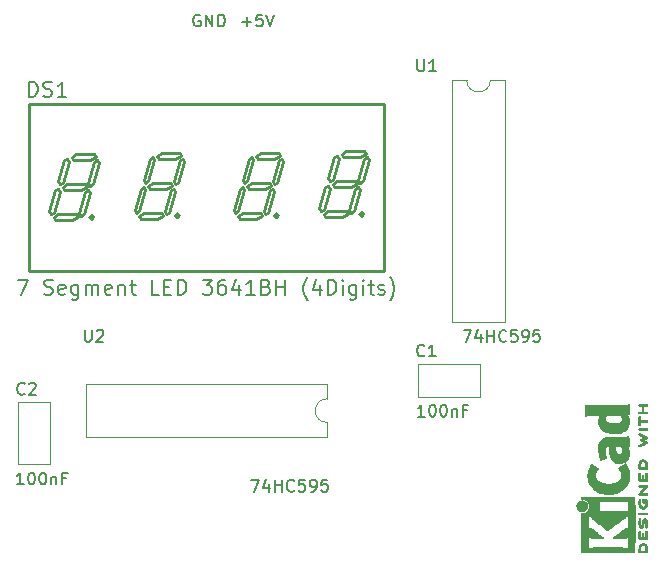
<source format=gto>
%TF.GenerationSoftware,KiCad,Pcbnew,8.0.8-8.0.8-0~ubuntu24.04.1*%
%TF.CreationDate,2025-02-16T19:13:56-08:00*%
%TF.ProjectId,simple-counter,73696d70-6c65-42d6-936f-756e7465722e,V1.0*%
%TF.SameCoordinates,Original*%
%TF.FileFunction,Legend,Top*%
%TF.FilePolarity,Positive*%
%FSLAX46Y46*%
G04 Gerber Fmt 4.6, Leading zero omitted, Abs format (unit mm)*
G04 Created by KiCad (PCBNEW 8.0.8-8.0.8-0~ubuntu24.04.1) date 2025-02-16 19:13:56*
%MOMM*%
%LPD*%
G01*
G04 APERTURE LIST*
%ADD10C,0.200000*%
%ADD11C,0.120000*%
%ADD12C,0.254000*%
%ADD13C,0.010000*%
%ADD14C,1.600000*%
%ADD15O,1.727200X1.727200*%
%ADD16O,2.400000X1.600000*%
%ADD17R,2.400000X1.600000*%
%ADD18R,1.600000X2.400000*%
%ADD19O,1.600000X2.400000*%
%ADD20C,3.200000*%
%ADD21R,1.727200X1.727200*%
G04 APERTURE END LIST*
D10*
X183593482Y-63014838D02*
X183498244Y-62967219D01*
X183498244Y-62967219D02*
X183355387Y-62967219D01*
X183355387Y-62967219D02*
X183212530Y-63014838D01*
X183212530Y-63014838D02*
X183117292Y-63110076D01*
X183117292Y-63110076D02*
X183069673Y-63205314D01*
X183069673Y-63205314D02*
X183022054Y-63395790D01*
X183022054Y-63395790D02*
X183022054Y-63538647D01*
X183022054Y-63538647D02*
X183069673Y-63729123D01*
X183069673Y-63729123D02*
X183117292Y-63824361D01*
X183117292Y-63824361D02*
X183212530Y-63919600D01*
X183212530Y-63919600D02*
X183355387Y-63967219D01*
X183355387Y-63967219D02*
X183450625Y-63967219D01*
X183450625Y-63967219D02*
X183593482Y-63919600D01*
X183593482Y-63919600D02*
X183641101Y-63871980D01*
X183641101Y-63871980D02*
X183641101Y-63538647D01*
X183641101Y-63538647D02*
X183450625Y-63538647D01*
X184069673Y-63967219D02*
X184069673Y-62967219D01*
X184069673Y-62967219D02*
X184641101Y-63967219D01*
X184641101Y-63967219D02*
X184641101Y-62967219D01*
X185117292Y-63967219D02*
X185117292Y-62967219D01*
X185117292Y-62967219D02*
X185355387Y-62967219D01*
X185355387Y-62967219D02*
X185498244Y-63014838D01*
X185498244Y-63014838D02*
X185593482Y-63110076D01*
X185593482Y-63110076D02*
X185641101Y-63205314D01*
X185641101Y-63205314D02*
X185688720Y-63395790D01*
X185688720Y-63395790D02*
X185688720Y-63538647D01*
X185688720Y-63538647D02*
X185641101Y-63729123D01*
X185641101Y-63729123D02*
X185593482Y-63824361D01*
X185593482Y-63824361D02*
X185498244Y-63919600D01*
X185498244Y-63919600D02*
X185355387Y-63967219D01*
X185355387Y-63967219D02*
X185117292Y-63967219D01*
X187169673Y-63586266D02*
X187931578Y-63586266D01*
X187550625Y-63967219D02*
X187550625Y-63205314D01*
X188883958Y-62967219D02*
X188407768Y-62967219D01*
X188407768Y-62967219D02*
X188360149Y-63443409D01*
X188360149Y-63443409D02*
X188407768Y-63395790D01*
X188407768Y-63395790D02*
X188503006Y-63348171D01*
X188503006Y-63348171D02*
X188741101Y-63348171D01*
X188741101Y-63348171D02*
X188836339Y-63395790D01*
X188836339Y-63395790D02*
X188883958Y-63443409D01*
X188883958Y-63443409D02*
X188931577Y-63538647D01*
X188931577Y-63538647D02*
X188931577Y-63776742D01*
X188931577Y-63776742D02*
X188883958Y-63871980D01*
X188883958Y-63871980D02*
X188836339Y-63919600D01*
X188836339Y-63919600D02*
X188741101Y-63967219D01*
X188741101Y-63967219D02*
X188503006Y-63967219D01*
X188503006Y-63967219D02*
X188407768Y-63919600D01*
X188407768Y-63919600D02*
X188360149Y-63871980D01*
X189217292Y-62967219D02*
X189550625Y-63967219D01*
X189550625Y-63967219D02*
X189883958Y-62967219D01*
X202581133Y-91811980D02*
X202533514Y-91859600D01*
X202533514Y-91859600D02*
X202390657Y-91907219D01*
X202390657Y-91907219D02*
X202295419Y-91907219D01*
X202295419Y-91907219D02*
X202152562Y-91859600D01*
X202152562Y-91859600D02*
X202057324Y-91764361D01*
X202057324Y-91764361D02*
X202009705Y-91669123D01*
X202009705Y-91669123D02*
X201962086Y-91478647D01*
X201962086Y-91478647D02*
X201962086Y-91335790D01*
X201962086Y-91335790D02*
X202009705Y-91145314D01*
X202009705Y-91145314D02*
X202057324Y-91050076D01*
X202057324Y-91050076D02*
X202152562Y-90954838D01*
X202152562Y-90954838D02*
X202295419Y-90907219D01*
X202295419Y-90907219D02*
X202390657Y-90907219D01*
X202390657Y-90907219D02*
X202533514Y-90954838D01*
X202533514Y-90954838D02*
X202581133Y-91002457D01*
X203533514Y-91907219D02*
X202962086Y-91907219D01*
X203247800Y-91907219D02*
X203247800Y-90907219D01*
X203247800Y-90907219D02*
X203152562Y-91050076D01*
X203152562Y-91050076D02*
X203057324Y-91145314D01*
X203057324Y-91145314D02*
X202962086Y-91192933D01*
X202600180Y-97007219D02*
X202028752Y-97007219D01*
X202314466Y-97007219D02*
X202314466Y-96007219D01*
X202314466Y-96007219D02*
X202219228Y-96150076D01*
X202219228Y-96150076D02*
X202123990Y-96245314D01*
X202123990Y-96245314D02*
X202028752Y-96292933D01*
X203219228Y-96007219D02*
X203314466Y-96007219D01*
X203314466Y-96007219D02*
X203409704Y-96054838D01*
X203409704Y-96054838D02*
X203457323Y-96102457D01*
X203457323Y-96102457D02*
X203504942Y-96197695D01*
X203504942Y-96197695D02*
X203552561Y-96388171D01*
X203552561Y-96388171D02*
X203552561Y-96626266D01*
X203552561Y-96626266D02*
X203504942Y-96816742D01*
X203504942Y-96816742D02*
X203457323Y-96911980D01*
X203457323Y-96911980D02*
X203409704Y-96959600D01*
X203409704Y-96959600D02*
X203314466Y-97007219D01*
X203314466Y-97007219D02*
X203219228Y-97007219D01*
X203219228Y-97007219D02*
X203123990Y-96959600D01*
X203123990Y-96959600D02*
X203076371Y-96911980D01*
X203076371Y-96911980D02*
X203028752Y-96816742D01*
X203028752Y-96816742D02*
X202981133Y-96626266D01*
X202981133Y-96626266D02*
X202981133Y-96388171D01*
X202981133Y-96388171D02*
X203028752Y-96197695D01*
X203028752Y-96197695D02*
X203076371Y-96102457D01*
X203076371Y-96102457D02*
X203123990Y-96054838D01*
X203123990Y-96054838D02*
X203219228Y-96007219D01*
X204171609Y-96007219D02*
X204266847Y-96007219D01*
X204266847Y-96007219D02*
X204362085Y-96054838D01*
X204362085Y-96054838D02*
X204409704Y-96102457D01*
X204409704Y-96102457D02*
X204457323Y-96197695D01*
X204457323Y-96197695D02*
X204504942Y-96388171D01*
X204504942Y-96388171D02*
X204504942Y-96626266D01*
X204504942Y-96626266D02*
X204457323Y-96816742D01*
X204457323Y-96816742D02*
X204409704Y-96911980D01*
X204409704Y-96911980D02*
X204362085Y-96959600D01*
X204362085Y-96959600D02*
X204266847Y-97007219D01*
X204266847Y-97007219D02*
X204171609Y-97007219D01*
X204171609Y-97007219D02*
X204076371Y-96959600D01*
X204076371Y-96959600D02*
X204028752Y-96911980D01*
X204028752Y-96911980D02*
X203981133Y-96816742D01*
X203981133Y-96816742D02*
X203933514Y-96626266D01*
X203933514Y-96626266D02*
X203933514Y-96388171D01*
X203933514Y-96388171D02*
X203981133Y-96197695D01*
X203981133Y-96197695D02*
X204028752Y-96102457D01*
X204028752Y-96102457D02*
X204076371Y-96054838D01*
X204076371Y-96054838D02*
X204171609Y-96007219D01*
X204933514Y-96340552D02*
X204933514Y-97007219D01*
X204933514Y-96435790D02*
X204981133Y-96388171D01*
X204981133Y-96388171D02*
X205076371Y-96340552D01*
X205076371Y-96340552D02*
X205219228Y-96340552D01*
X205219228Y-96340552D02*
X205314466Y-96388171D01*
X205314466Y-96388171D02*
X205362085Y-96483409D01*
X205362085Y-96483409D02*
X205362085Y-97007219D01*
X206171609Y-96483409D02*
X205838276Y-96483409D01*
X205838276Y-97007219D02*
X205838276Y-96007219D01*
X205838276Y-96007219D02*
X206314466Y-96007219D01*
X168748333Y-95061980D02*
X168700714Y-95109600D01*
X168700714Y-95109600D02*
X168557857Y-95157219D01*
X168557857Y-95157219D02*
X168462619Y-95157219D01*
X168462619Y-95157219D02*
X168319762Y-95109600D01*
X168319762Y-95109600D02*
X168224524Y-95014361D01*
X168224524Y-95014361D02*
X168176905Y-94919123D01*
X168176905Y-94919123D02*
X168129286Y-94728647D01*
X168129286Y-94728647D02*
X168129286Y-94585790D01*
X168129286Y-94585790D02*
X168176905Y-94395314D01*
X168176905Y-94395314D02*
X168224524Y-94300076D01*
X168224524Y-94300076D02*
X168319762Y-94204838D01*
X168319762Y-94204838D02*
X168462619Y-94157219D01*
X168462619Y-94157219D02*
X168557857Y-94157219D01*
X168557857Y-94157219D02*
X168700714Y-94204838D01*
X168700714Y-94204838D02*
X168748333Y-94252457D01*
X169129286Y-94252457D02*
X169176905Y-94204838D01*
X169176905Y-94204838D02*
X169272143Y-94157219D01*
X169272143Y-94157219D02*
X169510238Y-94157219D01*
X169510238Y-94157219D02*
X169605476Y-94204838D01*
X169605476Y-94204838D02*
X169653095Y-94252457D01*
X169653095Y-94252457D02*
X169700714Y-94347695D01*
X169700714Y-94347695D02*
X169700714Y-94442933D01*
X169700714Y-94442933D02*
X169653095Y-94585790D01*
X169653095Y-94585790D02*
X169081667Y-95157219D01*
X169081667Y-95157219D02*
X169700714Y-95157219D01*
X168667380Y-102757219D02*
X168095952Y-102757219D01*
X168381666Y-102757219D02*
X168381666Y-101757219D01*
X168381666Y-101757219D02*
X168286428Y-101900076D01*
X168286428Y-101900076D02*
X168191190Y-101995314D01*
X168191190Y-101995314D02*
X168095952Y-102042933D01*
X169286428Y-101757219D02*
X169381666Y-101757219D01*
X169381666Y-101757219D02*
X169476904Y-101804838D01*
X169476904Y-101804838D02*
X169524523Y-101852457D01*
X169524523Y-101852457D02*
X169572142Y-101947695D01*
X169572142Y-101947695D02*
X169619761Y-102138171D01*
X169619761Y-102138171D02*
X169619761Y-102376266D01*
X169619761Y-102376266D02*
X169572142Y-102566742D01*
X169572142Y-102566742D02*
X169524523Y-102661980D01*
X169524523Y-102661980D02*
X169476904Y-102709600D01*
X169476904Y-102709600D02*
X169381666Y-102757219D01*
X169381666Y-102757219D02*
X169286428Y-102757219D01*
X169286428Y-102757219D02*
X169191190Y-102709600D01*
X169191190Y-102709600D02*
X169143571Y-102661980D01*
X169143571Y-102661980D02*
X169095952Y-102566742D01*
X169095952Y-102566742D02*
X169048333Y-102376266D01*
X169048333Y-102376266D02*
X169048333Y-102138171D01*
X169048333Y-102138171D02*
X169095952Y-101947695D01*
X169095952Y-101947695D02*
X169143571Y-101852457D01*
X169143571Y-101852457D02*
X169191190Y-101804838D01*
X169191190Y-101804838D02*
X169286428Y-101757219D01*
X170238809Y-101757219D02*
X170334047Y-101757219D01*
X170334047Y-101757219D02*
X170429285Y-101804838D01*
X170429285Y-101804838D02*
X170476904Y-101852457D01*
X170476904Y-101852457D02*
X170524523Y-101947695D01*
X170524523Y-101947695D02*
X170572142Y-102138171D01*
X170572142Y-102138171D02*
X170572142Y-102376266D01*
X170572142Y-102376266D02*
X170524523Y-102566742D01*
X170524523Y-102566742D02*
X170476904Y-102661980D01*
X170476904Y-102661980D02*
X170429285Y-102709600D01*
X170429285Y-102709600D02*
X170334047Y-102757219D01*
X170334047Y-102757219D02*
X170238809Y-102757219D01*
X170238809Y-102757219D02*
X170143571Y-102709600D01*
X170143571Y-102709600D02*
X170095952Y-102661980D01*
X170095952Y-102661980D02*
X170048333Y-102566742D01*
X170048333Y-102566742D02*
X170000714Y-102376266D01*
X170000714Y-102376266D02*
X170000714Y-102138171D01*
X170000714Y-102138171D02*
X170048333Y-101947695D01*
X170048333Y-101947695D02*
X170095952Y-101852457D01*
X170095952Y-101852457D02*
X170143571Y-101804838D01*
X170143571Y-101804838D02*
X170238809Y-101757219D01*
X171000714Y-102090552D02*
X171000714Y-102757219D01*
X171000714Y-102185790D02*
X171048333Y-102138171D01*
X171048333Y-102138171D02*
X171143571Y-102090552D01*
X171143571Y-102090552D02*
X171286428Y-102090552D01*
X171286428Y-102090552D02*
X171381666Y-102138171D01*
X171381666Y-102138171D02*
X171429285Y-102233409D01*
X171429285Y-102233409D02*
X171429285Y-102757219D01*
X172238809Y-102233409D02*
X171905476Y-102233409D01*
X171905476Y-102757219D02*
X171905476Y-101757219D01*
X171905476Y-101757219D02*
X172381666Y-101757219D01*
X169122856Y-69914126D02*
X169122856Y-68644126D01*
X169122856Y-68644126D02*
X169425237Y-68644126D01*
X169425237Y-68644126D02*
X169606666Y-68704602D01*
X169606666Y-68704602D02*
X169727618Y-68825554D01*
X169727618Y-68825554D02*
X169788095Y-68946507D01*
X169788095Y-68946507D02*
X169848571Y-69188411D01*
X169848571Y-69188411D02*
X169848571Y-69369840D01*
X169848571Y-69369840D02*
X169788095Y-69611745D01*
X169788095Y-69611745D02*
X169727618Y-69732697D01*
X169727618Y-69732697D02*
X169606666Y-69853650D01*
X169606666Y-69853650D02*
X169425237Y-69914126D01*
X169425237Y-69914126D02*
X169122856Y-69914126D01*
X170332380Y-69853650D02*
X170513809Y-69914126D01*
X170513809Y-69914126D02*
X170816190Y-69914126D01*
X170816190Y-69914126D02*
X170937142Y-69853650D01*
X170937142Y-69853650D02*
X170997618Y-69793173D01*
X170997618Y-69793173D02*
X171058095Y-69672221D01*
X171058095Y-69672221D02*
X171058095Y-69551269D01*
X171058095Y-69551269D02*
X170997618Y-69430316D01*
X170997618Y-69430316D02*
X170937142Y-69369840D01*
X170937142Y-69369840D02*
X170816190Y-69309364D01*
X170816190Y-69309364D02*
X170574285Y-69248888D01*
X170574285Y-69248888D02*
X170453333Y-69188411D01*
X170453333Y-69188411D02*
X170392856Y-69127935D01*
X170392856Y-69127935D02*
X170332380Y-69006983D01*
X170332380Y-69006983D02*
X170332380Y-68886030D01*
X170332380Y-68886030D02*
X170392856Y-68765078D01*
X170392856Y-68765078D02*
X170453333Y-68704602D01*
X170453333Y-68704602D02*
X170574285Y-68644126D01*
X170574285Y-68644126D02*
X170876666Y-68644126D01*
X170876666Y-68644126D02*
X171058095Y-68704602D01*
X172267619Y-69914126D02*
X171541904Y-69914126D01*
X171904761Y-69914126D02*
X171904761Y-68644126D01*
X171904761Y-68644126D02*
X171783809Y-68825554D01*
X171783809Y-68825554D02*
X171662857Y-68946507D01*
X171662857Y-68946507D02*
X171541904Y-69006983D01*
X168154047Y-85404126D02*
X169000714Y-85404126D01*
X169000714Y-85404126D02*
X168456428Y-86674126D01*
X170391666Y-86613650D02*
X170573095Y-86674126D01*
X170573095Y-86674126D02*
X170875476Y-86674126D01*
X170875476Y-86674126D02*
X170996428Y-86613650D01*
X170996428Y-86613650D02*
X171056904Y-86553173D01*
X171056904Y-86553173D02*
X171117381Y-86432221D01*
X171117381Y-86432221D02*
X171117381Y-86311269D01*
X171117381Y-86311269D02*
X171056904Y-86190316D01*
X171056904Y-86190316D02*
X170996428Y-86129840D01*
X170996428Y-86129840D02*
X170875476Y-86069364D01*
X170875476Y-86069364D02*
X170633571Y-86008888D01*
X170633571Y-86008888D02*
X170512619Y-85948411D01*
X170512619Y-85948411D02*
X170452142Y-85887935D01*
X170452142Y-85887935D02*
X170391666Y-85766983D01*
X170391666Y-85766983D02*
X170391666Y-85646030D01*
X170391666Y-85646030D02*
X170452142Y-85525078D01*
X170452142Y-85525078D02*
X170512619Y-85464602D01*
X170512619Y-85464602D02*
X170633571Y-85404126D01*
X170633571Y-85404126D02*
X170935952Y-85404126D01*
X170935952Y-85404126D02*
X171117381Y-85464602D01*
X172145476Y-86613650D02*
X172024524Y-86674126D01*
X172024524Y-86674126D02*
X171782619Y-86674126D01*
X171782619Y-86674126D02*
X171661666Y-86613650D01*
X171661666Y-86613650D02*
X171601190Y-86492697D01*
X171601190Y-86492697D02*
X171601190Y-86008888D01*
X171601190Y-86008888D02*
X171661666Y-85887935D01*
X171661666Y-85887935D02*
X171782619Y-85827459D01*
X171782619Y-85827459D02*
X172024524Y-85827459D01*
X172024524Y-85827459D02*
X172145476Y-85887935D01*
X172145476Y-85887935D02*
X172205952Y-86008888D01*
X172205952Y-86008888D02*
X172205952Y-86129840D01*
X172205952Y-86129840D02*
X171601190Y-86250792D01*
X173294523Y-85827459D02*
X173294523Y-86855554D01*
X173294523Y-86855554D02*
X173234047Y-86976507D01*
X173234047Y-86976507D02*
X173173571Y-87036983D01*
X173173571Y-87036983D02*
X173052618Y-87097459D01*
X173052618Y-87097459D02*
X172871190Y-87097459D01*
X172871190Y-87097459D02*
X172750237Y-87036983D01*
X173294523Y-86613650D02*
X173173571Y-86674126D01*
X173173571Y-86674126D02*
X172931666Y-86674126D01*
X172931666Y-86674126D02*
X172810714Y-86613650D01*
X172810714Y-86613650D02*
X172750237Y-86553173D01*
X172750237Y-86553173D02*
X172689761Y-86432221D01*
X172689761Y-86432221D02*
X172689761Y-86069364D01*
X172689761Y-86069364D02*
X172750237Y-85948411D01*
X172750237Y-85948411D02*
X172810714Y-85887935D01*
X172810714Y-85887935D02*
X172931666Y-85827459D01*
X172931666Y-85827459D02*
X173173571Y-85827459D01*
X173173571Y-85827459D02*
X173294523Y-85887935D01*
X173899285Y-86674126D02*
X173899285Y-85827459D01*
X173899285Y-85948411D02*
X173959762Y-85887935D01*
X173959762Y-85887935D02*
X174080714Y-85827459D01*
X174080714Y-85827459D02*
X174262143Y-85827459D01*
X174262143Y-85827459D02*
X174383095Y-85887935D01*
X174383095Y-85887935D02*
X174443571Y-86008888D01*
X174443571Y-86008888D02*
X174443571Y-86674126D01*
X174443571Y-86008888D02*
X174504047Y-85887935D01*
X174504047Y-85887935D02*
X174625000Y-85827459D01*
X174625000Y-85827459D02*
X174806428Y-85827459D01*
X174806428Y-85827459D02*
X174927381Y-85887935D01*
X174927381Y-85887935D02*
X174987857Y-86008888D01*
X174987857Y-86008888D02*
X174987857Y-86674126D01*
X176076428Y-86613650D02*
X175955476Y-86674126D01*
X175955476Y-86674126D02*
X175713571Y-86674126D01*
X175713571Y-86674126D02*
X175592618Y-86613650D01*
X175592618Y-86613650D02*
X175532142Y-86492697D01*
X175532142Y-86492697D02*
X175532142Y-86008888D01*
X175532142Y-86008888D02*
X175592618Y-85887935D01*
X175592618Y-85887935D02*
X175713571Y-85827459D01*
X175713571Y-85827459D02*
X175955476Y-85827459D01*
X175955476Y-85827459D02*
X176076428Y-85887935D01*
X176076428Y-85887935D02*
X176136904Y-86008888D01*
X176136904Y-86008888D02*
X176136904Y-86129840D01*
X176136904Y-86129840D02*
X175532142Y-86250792D01*
X176681189Y-85827459D02*
X176681189Y-86674126D01*
X176681189Y-85948411D02*
X176741666Y-85887935D01*
X176741666Y-85887935D02*
X176862618Y-85827459D01*
X176862618Y-85827459D02*
X177044047Y-85827459D01*
X177044047Y-85827459D02*
X177164999Y-85887935D01*
X177164999Y-85887935D02*
X177225475Y-86008888D01*
X177225475Y-86008888D02*
X177225475Y-86674126D01*
X177648809Y-85827459D02*
X178132618Y-85827459D01*
X177830237Y-85404126D02*
X177830237Y-86492697D01*
X177830237Y-86492697D02*
X177890714Y-86613650D01*
X177890714Y-86613650D02*
X178011666Y-86674126D01*
X178011666Y-86674126D02*
X178132618Y-86674126D01*
X180128332Y-86674126D02*
X179523570Y-86674126D01*
X179523570Y-86674126D02*
X179523570Y-85404126D01*
X180551665Y-86008888D02*
X180974999Y-86008888D01*
X181156427Y-86674126D02*
X180551665Y-86674126D01*
X180551665Y-86674126D02*
X180551665Y-85404126D01*
X180551665Y-85404126D02*
X181156427Y-85404126D01*
X181700713Y-86674126D02*
X181700713Y-85404126D01*
X181700713Y-85404126D02*
X182003094Y-85404126D01*
X182003094Y-85404126D02*
X182184523Y-85464602D01*
X182184523Y-85464602D02*
X182305475Y-85585554D01*
X182305475Y-85585554D02*
X182365952Y-85706507D01*
X182365952Y-85706507D02*
X182426428Y-85948411D01*
X182426428Y-85948411D02*
X182426428Y-86129840D01*
X182426428Y-86129840D02*
X182365952Y-86371745D01*
X182365952Y-86371745D02*
X182305475Y-86492697D01*
X182305475Y-86492697D02*
X182184523Y-86613650D01*
X182184523Y-86613650D02*
X182003094Y-86674126D01*
X182003094Y-86674126D02*
X181700713Y-86674126D01*
X183817380Y-85404126D02*
X184603571Y-85404126D01*
X184603571Y-85404126D02*
X184180237Y-85887935D01*
X184180237Y-85887935D02*
X184361666Y-85887935D01*
X184361666Y-85887935D02*
X184482618Y-85948411D01*
X184482618Y-85948411D02*
X184543094Y-86008888D01*
X184543094Y-86008888D02*
X184603571Y-86129840D01*
X184603571Y-86129840D02*
X184603571Y-86432221D01*
X184603571Y-86432221D02*
X184543094Y-86553173D01*
X184543094Y-86553173D02*
X184482618Y-86613650D01*
X184482618Y-86613650D02*
X184361666Y-86674126D01*
X184361666Y-86674126D02*
X183998809Y-86674126D01*
X183998809Y-86674126D02*
X183877856Y-86613650D01*
X183877856Y-86613650D02*
X183817380Y-86553173D01*
X185692142Y-85404126D02*
X185450237Y-85404126D01*
X185450237Y-85404126D02*
X185329285Y-85464602D01*
X185329285Y-85464602D02*
X185268809Y-85525078D01*
X185268809Y-85525078D02*
X185147856Y-85706507D01*
X185147856Y-85706507D02*
X185087380Y-85948411D01*
X185087380Y-85948411D02*
X185087380Y-86432221D01*
X185087380Y-86432221D02*
X185147856Y-86553173D01*
X185147856Y-86553173D02*
X185208333Y-86613650D01*
X185208333Y-86613650D02*
X185329285Y-86674126D01*
X185329285Y-86674126D02*
X185571190Y-86674126D01*
X185571190Y-86674126D02*
X185692142Y-86613650D01*
X185692142Y-86613650D02*
X185752618Y-86553173D01*
X185752618Y-86553173D02*
X185813095Y-86432221D01*
X185813095Y-86432221D02*
X185813095Y-86129840D01*
X185813095Y-86129840D02*
X185752618Y-86008888D01*
X185752618Y-86008888D02*
X185692142Y-85948411D01*
X185692142Y-85948411D02*
X185571190Y-85887935D01*
X185571190Y-85887935D02*
X185329285Y-85887935D01*
X185329285Y-85887935D02*
X185208333Y-85948411D01*
X185208333Y-85948411D02*
X185147856Y-86008888D01*
X185147856Y-86008888D02*
X185087380Y-86129840D01*
X186901666Y-85827459D02*
X186901666Y-86674126D01*
X186599285Y-85343650D02*
X186296904Y-86250792D01*
X186296904Y-86250792D02*
X187083095Y-86250792D01*
X188232143Y-86674126D02*
X187506428Y-86674126D01*
X187869285Y-86674126D02*
X187869285Y-85404126D01*
X187869285Y-85404126D02*
X187748333Y-85585554D01*
X187748333Y-85585554D02*
X187627381Y-85706507D01*
X187627381Y-85706507D02*
X187506428Y-85766983D01*
X189199762Y-86008888D02*
X189381190Y-86069364D01*
X189381190Y-86069364D02*
X189441667Y-86129840D01*
X189441667Y-86129840D02*
X189502143Y-86250792D01*
X189502143Y-86250792D02*
X189502143Y-86432221D01*
X189502143Y-86432221D02*
X189441667Y-86553173D01*
X189441667Y-86553173D02*
X189381190Y-86613650D01*
X189381190Y-86613650D02*
X189260238Y-86674126D01*
X189260238Y-86674126D02*
X188776428Y-86674126D01*
X188776428Y-86674126D02*
X188776428Y-85404126D01*
X188776428Y-85404126D02*
X189199762Y-85404126D01*
X189199762Y-85404126D02*
X189320714Y-85464602D01*
X189320714Y-85464602D02*
X189381190Y-85525078D01*
X189381190Y-85525078D02*
X189441667Y-85646030D01*
X189441667Y-85646030D02*
X189441667Y-85766983D01*
X189441667Y-85766983D02*
X189381190Y-85887935D01*
X189381190Y-85887935D02*
X189320714Y-85948411D01*
X189320714Y-85948411D02*
X189199762Y-86008888D01*
X189199762Y-86008888D02*
X188776428Y-86008888D01*
X190046428Y-86674126D02*
X190046428Y-85404126D01*
X190046428Y-86008888D02*
X190772143Y-86008888D01*
X190772143Y-86674126D02*
X190772143Y-85404126D01*
X192707381Y-87157935D02*
X192646904Y-87097459D01*
X192646904Y-87097459D02*
X192525952Y-86916030D01*
X192525952Y-86916030D02*
X192465476Y-86795078D01*
X192465476Y-86795078D02*
X192405000Y-86613650D01*
X192405000Y-86613650D02*
X192344523Y-86311269D01*
X192344523Y-86311269D02*
X192344523Y-86069364D01*
X192344523Y-86069364D02*
X192405000Y-85766983D01*
X192405000Y-85766983D02*
X192465476Y-85585554D01*
X192465476Y-85585554D02*
X192525952Y-85464602D01*
X192525952Y-85464602D02*
X192646904Y-85283173D01*
X192646904Y-85283173D02*
X192707381Y-85222697D01*
X193735476Y-85827459D02*
X193735476Y-86674126D01*
X193433095Y-85343650D02*
X193130714Y-86250792D01*
X193130714Y-86250792D02*
X193916905Y-86250792D01*
X194400714Y-86674126D02*
X194400714Y-85404126D01*
X194400714Y-85404126D02*
X194703095Y-85404126D01*
X194703095Y-85404126D02*
X194884524Y-85464602D01*
X194884524Y-85464602D02*
X195005476Y-85585554D01*
X195005476Y-85585554D02*
X195065953Y-85706507D01*
X195065953Y-85706507D02*
X195126429Y-85948411D01*
X195126429Y-85948411D02*
X195126429Y-86129840D01*
X195126429Y-86129840D02*
X195065953Y-86371745D01*
X195065953Y-86371745D02*
X195005476Y-86492697D01*
X195005476Y-86492697D02*
X194884524Y-86613650D01*
X194884524Y-86613650D02*
X194703095Y-86674126D01*
X194703095Y-86674126D02*
X194400714Y-86674126D01*
X195670714Y-86674126D02*
X195670714Y-85827459D01*
X195670714Y-85404126D02*
X195610238Y-85464602D01*
X195610238Y-85464602D02*
X195670714Y-85525078D01*
X195670714Y-85525078D02*
X195731191Y-85464602D01*
X195731191Y-85464602D02*
X195670714Y-85404126D01*
X195670714Y-85404126D02*
X195670714Y-85525078D01*
X196819762Y-85827459D02*
X196819762Y-86855554D01*
X196819762Y-86855554D02*
X196759286Y-86976507D01*
X196759286Y-86976507D02*
X196698810Y-87036983D01*
X196698810Y-87036983D02*
X196577857Y-87097459D01*
X196577857Y-87097459D02*
X196396429Y-87097459D01*
X196396429Y-87097459D02*
X196275476Y-87036983D01*
X196819762Y-86613650D02*
X196698810Y-86674126D01*
X196698810Y-86674126D02*
X196456905Y-86674126D01*
X196456905Y-86674126D02*
X196335953Y-86613650D01*
X196335953Y-86613650D02*
X196275476Y-86553173D01*
X196275476Y-86553173D02*
X196215000Y-86432221D01*
X196215000Y-86432221D02*
X196215000Y-86069364D01*
X196215000Y-86069364D02*
X196275476Y-85948411D01*
X196275476Y-85948411D02*
X196335953Y-85887935D01*
X196335953Y-85887935D02*
X196456905Y-85827459D01*
X196456905Y-85827459D02*
X196698810Y-85827459D01*
X196698810Y-85827459D02*
X196819762Y-85887935D01*
X197424524Y-86674126D02*
X197424524Y-85827459D01*
X197424524Y-85404126D02*
X197364048Y-85464602D01*
X197364048Y-85464602D02*
X197424524Y-85525078D01*
X197424524Y-85525078D02*
X197485001Y-85464602D01*
X197485001Y-85464602D02*
X197424524Y-85404126D01*
X197424524Y-85404126D02*
X197424524Y-85525078D01*
X197847858Y-85827459D02*
X198331667Y-85827459D01*
X198029286Y-85404126D02*
X198029286Y-86492697D01*
X198029286Y-86492697D02*
X198089763Y-86613650D01*
X198089763Y-86613650D02*
X198210715Y-86674126D01*
X198210715Y-86674126D02*
X198331667Y-86674126D01*
X198694524Y-86613650D02*
X198815477Y-86674126D01*
X198815477Y-86674126D02*
X199057381Y-86674126D01*
X199057381Y-86674126D02*
X199178334Y-86613650D01*
X199178334Y-86613650D02*
X199238810Y-86492697D01*
X199238810Y-86492697D02*
X199238810Y-86432221D01*
X199238810Y-86432221D02*
X199178334Y-86311269D01*
X199178334Y-86311269D02*
X199057381Y-86250792D01*
X199057381Y-86250792D02*
X198875953Y-86250792D01*
X198875953Y-86250792D02*
X198755000Y-86190316D01*
X198755000Y-86190316D02*
X198694524Y-86069364D01*
X198694524Y-86069364D02*
X198694524Y-86008888D01*
X198694524Y-86008888D02*
X198755000Y-85887935D01*
X198755000Y-85887935D02*
X198875953Y-85827459D01*
X198875953Y-85827459D02*
X199057381Y-85827459D01*
X199057381Y-85827459D02*
X199178334Y-85887935D01*
X199662143Y-87157935D02*
X199722619Y-87097459D01*
X199722619Y-87097459D02*
X199843572Y-86916030D01*
X199843572Y-86916030D02*
X199904048Y-86795078D01*
X199904048Y-86795078D02*
X199964524Y-86613650D01*
X199964524Y-86613650D02*
X200025000Y-86311269D01*
X200025000Y-86311269D02*
X200025000Y-86069364D01*
X200025000Y-86069364D02*
X199964524Y-85766983D01*
X199964524Y-85766983D02*
X199904048Y-85585554D01*
X199904048Y-85585554D02*
X199843572Y-85464602D01*
X199843572Y-85464602D02*
X199722619Y-85283173D01*
X199722619Y-85283173D02*
X199662143Y-85222697D01*
X202005895Y-66772219D02*
X202005895Y-67581742D01*
X202005895Y-67581742D02*
X202053514Y-67676980D01*
X202053514Y-67676980D02*
X202101133Y-67724600D01*
X202101133Y-67724600D02*
X202196371Y-67772219D01*
X202196371Y-67772219D02*
X202386847Y-67772219D01*
X202386847Y-67772219D02*
X202482085Y-67724600D01*
X202482085Y-67724600D02*
X202529704Y-67676980D01*
X202529704Y-67676980D02*
X202577323Y-67581742D01*
X202577323Y-67581742D02*
X202577323Y-66772219D01*
X203577323Y-67772219D02*
X203005895Y-67772219D01*
X203291609Y-67772219D02*
X203291609Y-66772219D01*
X203291609Y-66772219D02*
X203196371Y-66915076D01*
X203196371Y-66915076D02*
X203101133Y-67010314D01*
X203101133Y-67010314D02*
X203005895Y-67057933D01*
X205905895Y-89672219D02*
X206572561Y-89672219D01*
X206572561Y-89672219D02*
X206143990Y-90672219D01*
X207382085Y-90005552D02*
X207382085Y-90672219D01*
X207143990Y-89624600D02*
X206905895Y-90338885D01*
X206905895Y-90338885D02*
X207524942Y-90338885D01*
X207905895Y-90672219D02*
X207905895Y-89672219D01*
X207905895Y-90148409D02*
X208477323Y-90148409D01*
X208477323Y-90672219D02*
X208477323Y-89672219D01*
X209524942Y-90576980D02*
X209477323Y-90624600D01*
X209477323Y-90624600D02*
X209334466Y-90672219D01*
X209334466Y-90672219D02*
X209239228Y-90672219D01*
X209239228Y-90672219D02*
X209096371Y-90624600D01*
X209096371Y-90624600D02*
X209001133Y-90529361D01*
X209001133Y-90529361D02*
X208953514Y-90434123D01*
X208953514Y-90434123D02*
X208905895Y-90243647D01*
X208905895Y-90243647D02*
X208905895Y-90100790D01*
X208905895Y-90100790D02*
X208953514Y-89910314D01*
X208953514Y-89910314D02*
X209001133Y-89815076D01*
X209001133Y-89815076D02*
X209096371Y-89719838D01*
X209096371Y-89719838D02*
X209239228Y-89672219D01*
X209239228Y-89672219D02*
X209334466Y-89672219D01*
X209334466Y-89672219D02*
X209477323Y-89719838D01*
X209477323Y-89719838D02*
X209524942Y-89767457D01*
X210429704Y-89672219D02*
X209953514Y-89672219D01*
X209953514Y-89672219D02*
X209905895Y-90148409D01*
X209905895Y-90148409D02*
X209953514Y-90100790D01*
X209953514Y-90100790D02*
X210048752Y-90053171D01*
X210048752Y-90053171D02*
X210286847Y-90053171D01*
X210286847Y-90053171D02*
X210382085Y-90100790D01*
X210382085Y-90100790D02*
X210429704Y-90148409D01*
X210429704Y-90148409D02*
X210477323Y-90243647D01*
X210477323Y-90243647D02*
X210477323Y-90481742D01*
X210477323Y-90481742D02*
X210429704Y-90576980D01*
X210429704Y-90576980D02*
X210382085Y-90624600D01*
X210382085Y-90624600D02*
X210286847Y-90672219D01*
X210286847Y-90672219D02*
X210048752Y-90672219D01*
X210048752Y-90672219D02*
X209953514Y-90624600D01*
X209953514Y-90624600D02*
X209905895Y-90576980D01*
X210953514Y-90672219D02*
X211143990Y-90672219D01*
X211143990Y-90672219D02*
X211239228Y-90624600D01*
X211239228Y-90624600D02*
X211286847Y-90576980D01*
X211286847Y-90576980D02*
X211382085Y-90434123D01*
X211382085Y-90434123D02*
X211429704Y-90243647D01*
X211429704Y-90243647D02*
X211429704Y-89862695D01*
X211429704Y-89862695D02*
X211382085Y-89767457D01*
X211382085Y-89767457D02*
X211334466Y-89719838D01*
X211334466Y-89719838D02*
X211239228Y-89672219D01*
X211239228Y-89672219D02*
X211048752Y-89672219D01*
X211048752Y-89672219D02*
X210953514Y-89719838D01*
X210953514Y-89719838D02*
X210905895Y-89767457D01*
X210905895Y-89767457D02*
X210858276Y-89862695D01*
X210858276Y-89862695D02*
X210858276Y-90100790D01*
X210858276Y-90100790D02*
X210905895Y-90196028D01*
X210905895Y-90196028D02*
X210953514Y-90243647D01*
X210953514Y-90243647D02*
X211048752Y-90291266D01*
X211048752Y-90291266D02*
X211239228Y-90291266D01*
X211239228Y-90291266D02*
X211334466Y-90243647D01*
X211334466Y-90243647D02*
X211382085Y-90196028D01*
X211382085Y-90196028D02*
X211429704Y-90100790D01*
X212334466Y-89672219D02*
X211858276Y-89672219D01*
X211858276Y-89672219D02*
X211810657Y-90148409D01*
X211810657Y-90148409D02*
X211858276Y-90100790D01*
X211858276Y-90100790D02*
X211953514Y-90053171D01*
X211953514Y-90053171D02*
X212191609Y-90053171D01*
X212191609Y-90053171D02*
X212286847Y-90100790D01*
X212286847Y-90100790D02*
X212334466Y-90148409D01*
X212334466Y-90148409D02*
X212382085Y-90243647D01*
X212382085Y-90243647D02*
X212382085Y-90481742D01*
X212382085Y-90481742D02*
X212334466Y-90576980D01*
X212334466Y-90576980D02*
X212286847Y-90624600D01*
X212286847Y-90624600D02*
X212191609Y-90672219D01*
X212191609Y-90672219D02*
X211953514Y-90672219D01*
X211953514Y-90672219D02*
X211858276Y-90624600D01*
X211858276Y-90624600D02*
X211810657Y-90576980D01*
X173838095Y-89652219D02*
X173838095Y-90461742D01*
X173838095Y-90461742D02*
X173885714Y-90556980D01*
X173885714Y-90556980D02*
X173933333Y-90604600D01*
X173933333Y-90604600D02*
X174028571Y-90652219D01*
X174028571Y-90652219D02*
X174219047Y-90652219D01*
X174219047Y-90652219D02*
X174314285Y-90604600D01*
X174314285Y-90604600D02*
X174361904Y-90556980D01*
X174361904Y-90556980D02*
X174409523Y-90461742D01*
X174409523Y-90461742D02*
X174409523Y-89652219D01*
X174838095Y-89747457D02*
X174885714Y-89699838D01*
X174885714Y-89699838D02*
X174980952Y-89652219D01*
X174980952Y-89652219D02*
X175219047Y-89652219D01*
X175219047Y-89652219D02*
X175314285Y-89699838D01*
X175314285Y-89699838D02*
X175361904Y-89747457D01*
X175361904Y-89747457D02*
X175409523Y-89842695D01*
X175409523Y-89842695D02*
X175409523Y-89937933D01*
X175409523Y-89937933D02*
X175361904Y-90080790D01*
X175361904Y-90080790D02*
X174790476Y-90652219D01*
X174790476Y-90652219D02*
X175409523Y-90652219D01*
X187938095Y-102352219D02*
X188604761Y-102352219D01*
X188604761Y-102352219D02*
X188176190Y-103352219D01*
X189414285Y-102685552D02*
X189414285Y-103352219D01*
X189176190Y-102304600D02*
X188938095Y-103018885D01*
X188938095Y-103018885D02*
X189557142Y-103018885D01*
X189938095Y-103352219D02*
X189938095Y-102352219D01*
X189938095Y-102828409D02*
X190509523Y-102828409D01*
X190509523Y-103352219D02*
X190509523Y-102352219D01*
X191557142Y-103256980D02*
X191509523Y-103304600D01*
X191509523Y-103304600D02*
X191366666Y-103352219D01*
X191366666Y-103352219D02*
X191271428Y-103352219D01*
X191271428Y-103352219D02*
X191128571Y-103304600D01*
X191128571Y-103304600D02*
X191033333Y-103209361D01*
X191033333Y-103209361D02*
X190985714Y-103114123D01*
X190985714Y-103114123D02*
X190938095Y-102923647D01*
X190938095Y-102923647D02*
X190938095Y-102780790D01*
X190938095Y-102780790D02*
X190985714Y-102590314D01*
X190985714Y-102590314D02*
X191033333Y-102495076D01*
X191033333Y-102495076D02*
X191128571Y-102399838D01*
X191128571Y-102399838D02*
X191271428Y-102352219D01*
X191271428Y-102352219D02*
X191366666Y-102352219D01*
X191366666Y-102352219D02*
X191509523Y-102399838D01*
X191509523Y-102399838D02*
X191557142Y-102447457D01*
X192461904Y-102352219D02*
X191985714Y-102352219D01*
X191985714Y-102352219D02*
X191938095Y-102828409D01*
X191938095Y-102828409D02*
X191985714Y-102780790D01*
X191985714Y-102780790D02*
X192080952Y-102733171D01*
X192080952Y-102733171D02*
X192319047Y-102733171D01*
X192319047Y-102733171D02*
X192414285Y-102780790D01*
X192414285Y-102780790D02*
X192461904Y-102828409D01*
X192461904Y-102828409D02*
X192509523Y-102923647D01*
X192509523Y-102923647D02*
X192509523Y-103161742D01*
X192509523Y-103161742D02*
X192461904Y-103256980D01*
X192461904Y-103256980D02*
X192414285Y-103304600D01*
X192414285Y-103304600D02*
X192319047Y-103352219D01*
X192319047Y-103352219D02*
X192080952Y-103352219D01*
X192080952Y-103352219D02*
X191985714Y-103304600D01*
X191985714Y-103304600D02*
X191938095Y-103256980D01*
X192985714Y-103352219D02*
X193176190Y-103352219D01*
X193176190Y-103352219D02*
X193271428Y-103304600D01*
X193271428Y-103304600D02*
X193319047Y-103256980D01*
X193319047Y-103256980D02*
X193414285Y-103114123D01*
X193414285Y-103114123D02*
X193461904Y-102923647D01*
X193461904Y-102923647D02*
X193461904Y-102542695D01*
X193461904Y-102542695D02*
X193414285Y-102447457D01*
X193414285Y-102447457D02*
X193366666Y-102399838D01*
X193366666Y-102399838D02*
X193271428Y-102352219D01*
X193271428Y-102352219D02*
X193080952Y-102352219D01*
X193080952Y-102352219D02*
X192985714Y-102399838D01*
X192985714Y-102399838D02*
X192938095Y-102447457D01*
X192938095Y-102447457D02*
X192890476Y-102542695D01*
X192890476Y-102542695D02*
X192890476Y-102780790D01*
X192890476Y-102780790D02*
X192938095Y-102876028D01*
X192938095Y-102876028D02*
X192985714Y-102923647D01*
X192985714Y-102923647D02*
X193080952Y-102971266D01*
X193080952Y-102971266D02*
X193271428Y-102971266D01*
X193271428Y-102971266D02*
X193366666Y-102923647D01*
X193366666Y-102923647D02*
X193414285Y-102876028D01*
X193414285Y-102876028D02*
X193461904Y-102780790D01*
X194366666Y-102352219D02*
X193890476Y-102352219D01*
X193890476Y-102352219D02*
X193842857Y-102828409D01*
X193842857Y-102828409D02*
X193890476Y-102780790D01*
X193890476Y-102780790D02*
X193985714Y-102733171D01*
X193985714Y-102733171D02*
X194223809Y-102733171D01*
X194223809Y-102733171D02*
X194319047Y-102780790D01*
X194319047Y-102780790D02*
X194366666Y-102828409D01*
X194366666Y-102828409D02*
X194414285Y-102923647D01*
X194414285Y-102923647D02*
X194414285Y-103161742D01*
X194414285Y-103161742D02*
X194366666Y-103256980D01*
X194366666Y-103256980D02*
X194319047Y-103304600D01*
X194319047Y-103304600D02*
X194223809Y-103352219D01*
X194223809Y-103352219D02*
X193985714Y-103352219D01*
X193985714Y-103352219D02*
X193890476Y-103304600D01*
X193890476Y-103304600D02*
X193842857Y-103256980D01*
D11*
%TO.C,C1*%
X207267800Y-95335000D02*
X207267800Y-92595000D01*
X207267800Y-95335000D02*
X202027800Y-95335000D01*
X207267800Y-92595000D02*
X202027800Y-92595000D01*
X202027800Y-95335000D02*
X202027800Y-92595000D01*
%TO.C,C2*%
X168175000Y-95805000D02*
X170915000Y-95805000D01*
X170915000Y-101045000D02*
X170915000Y-95805000D01*
X168175000Y-101045000D02*
X168175000Y-95805000D01*
X168175000Y-101045000D02*
X170915000Y-101045000D01*
D12*
%TO.C,DS1*%
X197309700Y-79702700D02*
G75*
G02*
X197304700Y-79702700I-2500J-179500D01*
G01*
X190070700Y-79829700D02*
G75*
G02*
X190065700Y-79829700I-2500J-179500D01*
G01*
X181688700Y-79829700D02*
G75*
G02*
X181683700Y-79829700I-2500J-179500D01*
G01*
X174449700Y-79956700D02*
G75*
G02*
X174444700Y-79956700I-2500J-179500D01*
G01*
X199150000Y-84677000D02*
X169150000Y-84677000D01*
X199150000Y-82677000D02*
X199150000Y-84677000D01*
X199150000Y-72517000D02*
X199150000Y-82677000D01*
X199150000Y-70517000D02*
X199150000Y-72517000D01*
X197866000Y-75311000D02*
X197739000Y-75057000D01*
X197739000Y-75057000D02*
X197485000Y-75184000D01*
X197612000Y-74803000D02*
X197104000Y-75057000D01*
X197485000Y-75184000D02*
X197739000Y-75057000D01*
X197485000Y-75184000D02*
X196977000Y-76962000D01*
X197485000Y-74549000D02*
X197612000Y-74803000D01*
X197358000Y-77089000D02*
X197866000Y-75311000D01*
X197104000Y-77851000D02*
X196977000Y-77597000D01*
X197104000Y-77216000D02*
X197358000Y-77089000D01*
X197104000Y-75057000D02*
X195707000Y-75057000D01*
X196977000Y-77597000D02*
X196723000Y-77724000D01*
X196977000Y-76962000D02*
X197104000Y-77216000D01*
X196850000Y-77343000D02*
X196342000Y-77597000D01*
X196723000Y-77724000D02*
X196215000Y-79502000D01*
X196723000Y-77089000D02*
X196850000Y-77343000D01*
X196596000Y-79629000D02*
X197104000Y-77851000D01*
X196342000Y-79756000D02*
X196596000Y-79629000D01*
X196342000Y-77597000D02*
X194945000Y-77597000D01*
X196215000Y-79502000D02*
X196342000Y-79756000D01*
X196088000Y-79883000D02*
X195580000Y-80137000D01*
X195961000Y-79629000D02*
X196088000Y-79883000D01*
X195961000Y-74549000D02*
X197485000Y-74549000D01*
X195707000Y-75057000D02*
X195580000Y-74803000D01*
X195580000Y-80137000D02*
X194183000Y-80137000D01*
X195580000Y-74803000D02*
X195961000Y-74549000D01*
X195326000Y-75184000D02*
X195199000Y-74930000D01*
X195326000Y-75184000D02*
X195199000Y-74930000D01*
X195199000Y-77089000D02*
X196723000Y-77089000D01*
X195199000Y-74930000D02*
X194945000Y-75057000D01*
X195199000Y-74930000D02*
X194945000Y-75057000D01*
X194945000Y-77597000D02*
X194818000Y-77343000D01*
X194945000Y-75057000D02*
X194437000Y-76835000D01*
X194818000Y-77343000D02*
X195199000Y-77089000D01*
X194818000Y-76962000D02*
X195326000Y-75184000D01*
X194564000Y-77724000D02*
X194437000Y-77470000D01*
X194564000Y-77089000D02*
X194818000Y-76962000D01*
X194437000Y-79629000D02*
X195961000Y-79629000D01*
X194437000Y-77470000D02*
X194183000Y-77597000D01*
X194437000Y-76835000D02*
X194564000Y-77089000D01*
X194183000Y-80137000D02*
X194056000Y-79883000D01*
X194183000Y-77597000D02*
X193675000Y-79375000D01*
X194056000Y-79883000D02*
X194437000Y-79629000D01*
X194056000Y-79502000D02*
X194564000Y-77724000D01*
X193802000Y-79629000D02*
X194056000Y-79502000D01*
X193802000Y-79629000D02*
X194056000Y-79502000D01*
X193675000Y-79375000D02*
X193802000Y-79629000D01*
X190627000Y-75438000D02*
X190119000Y-77216000D01*
X190500000Y-75184000D02*
X190627000Y-75438000D01*
X190500000Y-75184000D02*
X190246000Y-75311000D01*
X190373000Y-74930000D02*
X189865000Y-75184000D01*
X190246000Y-75311000D02*
X190500000Y-75184000D01*
X190246000Y-74676000D02*
X190373000Y-74930000D01*
X190119000Y-77216000D02*
X189865000Y-77343000D01*
X189865000Y-77978000D02*
X189738000Y-77724000D01*
X189865000Y-77343000D02*
X189738000Y-77089000D01*
X189865000Y-75184000D02*
X188468000Y-75184000D01*
X189738000Y-77724000D02*
X189484000Y-77851000D01*
X189738000Y-77089000D02*
X190246000Y-75311000D01*
X189611000Y-77470000D02*
X189103000Y-77724000D01*
X189484000Y-77851000D02*
X188976000Y-79629000D01*
X189484000Y-77216000D02*
X189611000Y-77470000D01*
X189357000Y-79756000D02*
X189865000Y-77978000D01*
X189103000Y-79883000D02*
X189357000Y-79756000D01*
X189103000Y-77724000D02*
X187706000Y-77724000D01*
X188976000Y-79629000D02*
X189103000Y-79883000D01*
X188849000Y-80010000D02*
X188341000Y-80264000D01*
X188722000Y-79756000D02*
X188849000Y-80010000D01*
X188722000Y-74676000D02*
X190246000Y-74676000D01*
X188468000Y-75184000D02*
X188341000Y-74930000D01*
X188341000Y-80264000D02*
X186944000Y-80264000D01*
X188341000Y-74930000D02*
X188722000Y-74676000D01*
X188087000Y-75311000D02*
X187960000Y-75057000D01*
X187960000Y-77216000D02*
X189484000Y-77216000D01*
X187960000Y-75057000D02*
X188087000Y-75311000D01*
X187960000Y-75057000D02*
X187706000Y-75184000D01*
X187706000Y-77724000D02*
X187579000Y-77470000D01*
X187706000Y-75184000D02*
X187960000Y-75057000D01*
X187706000Y-75184000D02*
X187198000Y-76962000D01*
X187579000Y-77470000D02*
X187960000Y-77216000D01*
X187579000Y-77089000D02*
X188087000Y-75311000D01*
X187325000Y-77851000D02*
X187198000Y-77597000D01*
X187325000Y-77216000D02*
X187579000Y-77089000D01*
X187198000Y-79756000D02*
X188722000Y-79756000D01*
X187198000Y-77597000D02*
X186944000Y-77724000D01*
X187198000Y-76962000D02*
X187325000Y-77216000D01*
X186944000Y-80264000D02*
X186817000Y-80010000D01*
X186944000Y-77724000D02*
X186436000Y-79502000D01*
X186817000Y-80010000D02*
X187198000Y-79756000D01*
X186817000Y-79629000D02*
X187325000Y-77851000D01*
X186563000Y-79756000D02*
X186817000Y-79629000D01*
X186563000Y-79756000D02*
X186817000Y-79629000D01*
X186436000Y-79502000D02*
X186563000Y-79756000D01*
X182245000Y-75438000D02*
X182118000Y-75184000D01*
X182118000Y-75184000D02*
X181864000Y-75311000D01*
X181991000Y-74930000D02*
X181483000Y-75184000D01*
X181864000Y-75311000D02*
X182118000Y-75184000D01*
X181864000Y-75311000D02*
X181356000Y-77089000D01*
X181864000Y-74676000D02*
X181991000Y-74930000D01*
X181737000Y-77216000D02*
X182245000Y-75438000D01*
X181483000Y-77978000D02*
X181356000Y-77724000D01*
X181483000Y-77343000D02*
X181737000Y-77216000D01*
X181483000Y-75184000D02*
X180086000Y-75184000D01*
X181356000Y-77724000D02*
X181102000Y-77851000D01*
X181356000Y-77089000D02*
X181483000Y-77343000D01*
X181229000Y-77470000D02*
X180721000Y-77724000D01*
X181102000Y-77851000D02*
X180594000Y-79629000D01*
X181102000Y-77216000D02*
X181229000Y-77470000D01*
X180975000Y-79756000D02*
X181483000Y-77978000D01*
X180721000Y-79883000D02*
X180975000Y-79756000D01*
X180721000Y-77724000D02*
X179324000Y-77724000D01*
X180594000Y-79629000D02*
X180721000Y-79883000D01*
X180467000Y-80010000D02*
X179959000Y-80264000D01*
X180340000Y-79756000D02*
X180467000Y-80010000D01*
X180340000Y-74676000D02*
X181864000Y-74676000D01*
X180086000Y-75184000D02*
X179959000Y-74930000D01*
X179959000Y-80264000D02*
X178562000Y-80264000D01*
X179959000Y-74930000D02*
X180340000Y-74676000D01*
X179705000Y-75311000D02*
X179578000Y-75057000D01*
X179705000Y-75311000D02*
X179578000Y-75057000D01*
X179578000Y-77216000D02*
X181102000Y-77216000D01*
X179578000Y-75057000D02*
X179324000Y-75184000D01*
X179578000Y-75057000D02*
X179324000Y-75184000D01*
X179324000Y-77724000D02*
X179197000Y-77470000D01*
X179324000Y-75184000D02*
X178816000Y-76962000D01*
X179197000Y-77470000D02*
X179578000Y-77216000D01*
X179197000Y-77089000D02*
X179705000Y-75311000D01*
X178943000Y-77851000D02*
X178816000Y-77597000D01*
X178943000Y-77216000D02*
X179197000Y-77089000D01*
X178816000Y-79756000D02*
X180340000Y-79756000D01*
X178816000Y-77597000D02*
X178562000Y-77724000D01*
X178816000Y-76962000D02*
X178943000Y-77216000D01*
X178562000Y-80264000D02*
X178435000Y-80010000D01*
X178562000Y-77724000D02*
X178054000Y-79502000D01*
X178435000Y-80010000D02*
X178816000Y-79756000D01*
X178435000Y-79629000D02*
X178943000Y-77851000D01*
X178181000Y-79756000D02*
X178435000Y-79629000D01*
X178181000Y-79756000D02*
X178435000Y-79629000D01*
X178054000Y-79502000D02*
X178181000Y-79756000D01*
X175006000Y-75565000D02*
X174498000Y-77343000D01*
X174879000Y-75311000D02*
X175006000Y-75565000D01*
X174879000Y-75311000D02*
X174625000Y-75438000D01*
X174752000Y-75057000D02*
X174244000Y-75311000D01*
X174625000Y-75438000D02*
X174879000Y-75311000D01*
X174625000Y-74803000D02*
X174752000Y-75057000D01*
X174498000Y-77343000D02*
X174244000Y-77470000D01*
X174244000Y-78105000D02*
X174117000Y-77851000D01*
X174244000Y-77470000D02*
X174117000Y-77216000D01*
X174244000Y-75311000D02*
X172847000Y-75311000D01*
X174117000Y-77851000D02*
X173863000Y-77978000D01*
X174117000Y-77216000D02*
X174625000Y-75438000D01*
X173990000Y-77597000D02*
X173482000Y-77851000D01*
X173863000Y-77978000D02*
X173355000Y-79756000D01*
X173863000Y-77343000D02*
X173990000Y-77597000D01*
X173736000Y-79883000D02*
X174244000Y-78105000D01*
X173482000Y-80010000D02*
X173736000Y-79883000D01*
X173482000Y-77851000D02*
X172085000Y-77851000D01*
X173355000Y-79756000D02*
X173482000Y-80010000D01*
X173228000Y-80137000D02*
X172720000Y-80391000D01*
X173101000Y-79883000D02*
X173228000Y-80137000D01*
X173101000Y-74803000D02*
X174625000Y-74803000D01*
X172847000Y-75311000D02*
X172720000Y-75057000D01*
X172720000Y-80391000D02*
X171323000Y-80391000D01*
X172720000Y-75057000D02*
X173101000Y-74803000D01*
X172466000Y-75438000D02*
X172339000Y-75184000D01*
X172339000Y-77343000D02*
X173863000Y-77343000D01*
X172339000Y-75184000D02*
X172466000Y-75438000D01*
X172339000Y-75184000D02*
X172085000Y-75311000D01*
X172085000Y-77851000D02*
X171958000Y-77597000D01*
X172085000Y-75311000D02*
X172339000Y-75184000D01*
X172085000Y-75311000D02*
X171577000Y-77089000D01*
X171958000Y-77597000D02*
X172339000Y-77343000D01*
X171958000Y-77216000D02*
X172466000Y-75438000D01*
X171704000Y-77978000D02*
X171577000Y-77724000D01*
X171704000Y-77343000D02*
X171958000Y-77216000D01*
X171577000Y-79883000D02*
X173101000Y-79883000D01*
X171577000Y-77724000D02*
X171323000Y-77851000D01*
X171577000Y-77089000D02*
X171704000Y-77343000D01*
X171323000Y-80391000D02*
X171196000Y-80137000D01*
X171323000Y-77851000D02*
X170815000Y-79629000D01*
X171196000Y-80137000D02*
X171577000Y-79883000D01*
X171196000Y-79756000D02*
X171704000Y-77978000D01*
X170942000Y-79883000D02*
X171196000Y-79756000D01*
X170942000Y-79883000D02*
X171196000Y-79756000D01*
X170815000Y-79629000D02*
X170942000Y-79883000D01*
X169150000Y-84677000D02*
X169150000Y-82677000D01*
X169150000Y-82677000D02*
X169150000Y-72517000D01*
X169150000Y-72517000D02*
X169150000Y-70517000D01*
X169150000Y-70517000D02*
X199150000Y-70517000D01*
D11*
%TO.C,U1*%
X208172800Y-68520000D02*
G75*
G02*
X206172800Y-68520000I-1000000J0D01*
G01*
X209422800Y-88960000D02*
X209422800Y-68520000D01*
X209422800Y-68520000D02*
X208172800Y-68520000D01*
X206172800Y-68520000D02*
X204922800Y-68520000D01*
X204922800Y-88960000D02*
X209422800Y-88960000D01*
X204922800Y-68520000D02*
X204922800Y-88960000D01*
%TO.C,U2*%
X194355000Y-94255000D02*
X173915000Y-94255000D01*
X173915000Y-94255000D02*
X173915000Y-98755000D01*
X194355000Y-95505000D02*
X194355000Y-94255000D01*
X194355000Y-98755000D02*
X194355000Y-97505000D01*
X173915000Y-98755000D02*
X194355000Y-98755000D01*
X194355000Y-97505000D02*
G75*
G02*
X194355000Y-95505000I0J1000000D01*
G01*
D13*
%TO.C,Graphic_KiCad*%
X221167830Y-97996107D02*
X221241932Y-97996471D01*
X221298704Y-97997276D01*
X221340768Y-97998687D01*
X221370748Y-98000867D01*
X221391267Y-98003979D01*
X221404949Y-98008186D01*
X221414416Y-98013652D01*
X221419082Y-98017528D01*
X221439575Y-98048966D01*
X221438739Y-98084767D01*
X221421264Y-98116127D01*
X221399684Y-98142778D01*
X220752227Y-98142778D01*
X220730647Y-98116127D01*
X220714949Y-98090406D01*
X220709067Y-98069400D01*
X220715877Y-98046386D01*
X220730647Y-98022673D01*
X220752227Y-97996022D01*
X221073773Y-97996022D01*
X221167830Y-97996107D01*
G36*
X221167830Y-97996107D02*
G01*
X221241932Y-97996471D01*
X221298704Y-97997276D01*
X221340768Y-97998687D01*
X221370748Y-98000867D01*
X221391267Y-98003979D01*
X221404949Y-98008186D01*
X221414416Y-98013652D01*
X221419082Y-98017528D01*
X221439575Y-98048966D01*
X221438739Y-98084767D01*
X221421264Y-98116127D01*
X221399684Y-98142778D01*
X220752227Y-98142778D01*
X220730647Y-98116127D01*
X220714949Y-98090406D01*
X220709067Y-98069400D01*
X220715877Y-98046386D01*
X220730647Y-98022673D01*
X220752227Y-97996022D01*
X221073773Y-97996022D01*
X221167830Y-97996107D01*
G37*
X221169802Y-105136314D02*
X221243689Y-105136638D01*
X221300232Y-105137386D01*
X221342049Y-105138732D01*
X221371757Y-105140846D01*
X221391973Y-105143900D01*
X221405314Y-105148066D01*
X221414398Y-105153516D01*
X221420267Y-105158822D01*
X221439947Y-105191826D01*
X221438181Y-105226991D01*
X221416717Y-105258455D01*
X221408337Y-105265684D01*
X221398614Y-105271334D01*
X221384861Y-105275599D01*
X221364389Y-105278673D01*
X221334512Y-105280752D01*
X221292541Y-105282030D01*
X221235789Y-105282701D01*
X221161567Y-105282959D01*
X221077537Y-105283000D01*
X220764485Y-105283000D01*
X220736776Y-105255291D01*
X220713463Y-105221137D01*
X220712623Y-105188006D01*
X220731645Y-105158822D01*
X220739218Y-105152242D01*
X220748987Y-105147079D01*
X220763571Y-105143164D01*
X220785585Y-105140324D01*
X220817648Y-105138387D01*
X220862375Y-105137183D01*
X220922385Y-105136539D01*
X221000294Y-105136284D01*
X221075956Y-105136245D01*
X221169802Y-105136314D01*
G36*
X221169802Y-105136314D02*
G01*
X221243689Y-105136638D01*
X221300232Y-105137386D01*
X221342049Y-105138732D01*
X221371757Y-105140846D01*
X221391973Y-105143900D01*
X221405314Y-105148066D01*
X221414398Y-105153516D01*
X221420267Y-105158822D01*
X221439947Y-105191826D01*
X221438181Y-105226991D01*
X221416717Y-105258455D01*
X221408337Y-105265684D01*
X221398614Y-105271334D01*
X221384861Y-105275599D01*
X221364389Y-105278673D01*
X221334512Y-105280752D01*
X221292541Y-105282030D01*
X221235789Y-105282701D01*
X221161567Y-105282959D01*
X221077537Y-105283000D01*
X220764485Y-105283000D01*
X220736776Y-105255291D01*
X220713463Y-105221137D01*
X220712623Y-105188006D01*
X220731645Y-105158822D01*
X220739218Y-105152242D01*
X220748987Y-105147079D01*
X220763571Y-105143164D01*
X220785585Y-105140324D01*
X220817648Y-105138387D01*
X220862375Y-105137183D01*
X220922385Y-105136539D01*
X221000294Y-105136284D01*
X221075956Y-105136245D01*
X221169802Y-105136314D01*
G37*
X216044654Y-104127140D02*
X216132511Y-104160840D01*
X216211770Y-104211528D01*
X216279836Y-104277345D01*
X216334112Y-104356434D01*
X216372002Y-104446934D01*
X216384426Y-104498200D01*
X216391947Y-104542698D01*
X216394919Y-104576999D01*
X216393094Y-104609960D01*
X216386225Y-104650434D01*
X216379250Y-104683531D01*
X216347741Y-104776947D01*
X216296617Y-104860619D01*
X216227429Y-104932665D01*
X216141728Y-104991200D01*
X216114489Y-105005148D01*
X216078122Y-105021586D01*
X216047582Y-105031894D01*
X216015450Y-105037460D01*
X215974307Y-105039669D01*
X215928222Y-105039948D01*
X215843865Y-105035861D01*
X215774586Y-105022446D01*
X215713961Y-104997256D01*
X215655567Y-104957846D01*
X215611302Y-104919298D01*
X215545484Y-104847406D01*
X215500053Y-104772313D01*
X215472850Y-104689562D01*
X215462576Y-104611928D01*
X215466571Y-104508043D01*
X215490809Y-104411768D01*
X215533641Y-104325184D01*
X215593419Y-104250373D01*
X215668494Y-104189418D01*
X215757220Y-104144399D01*
X215853530Y-104118136D01*
X215950795Y-104112286D01*
X216044654Y-104127140D01*
G36*
X216044654Y-104127140D02*
G01*
X216132511Y-104160840D01*
X216211770Y-104211528D01*
X216279836Y-104277345D01*
X216334112Y-104356434D01*
X216372002Y-104446934D01*
X216384426Y-104498200D01*
X216391947Y-104542698D01*
X216394919Y-104576999D01*
X216393094Y-104609960D01*
X216386225Y-104650434D01*
X216379250Y-104683531D01*
X216347741Y-104776947D01*
X216296617Y-104860619D01*
X216227429Y-104932665D01*
X216141728Y-104991200D01*
X216114489Y-105005148D01*
X216078122Y-105021586D01*
X216047582Y-105031894D01*
X216015450Y-105037460D01*
X215974307Y-105039669D01*
X215928222Y-105039948D01*
X215843865Y-105035861D01*
X215774586Y-105022446D01*
X215713961Y-104997256D01*
X215655567Y-104957846D01*
X215611302Y-104919298D01*
X215545484Y-104847406D01*
X215500053Y-104772313D01*
X215472850Y-104689562D01*
X215462576Y-104611928D01*
X215466571Y-104508043D01*
X215490809Y-104411768D01*
X215533641Y-104325184D01*
X215593419Y-104250373D01*
X215668494Y-104189418D01*
X215757220Y-104144399D01*
X215853530Y-104118136D01*
X215950795Y-104112286D01*
X216044654Y-104127140D01*
G37*
X220825826Y-96986289D02*
X220838089Y-96996652D01*
X220846450Y-97007804D01*
X220851657Y-97023965D01*
X220854457Y-97049358D01*
X220855596Y-97088202D01*
X220855821Y-97144720D01*
X220855822Y-97155820D01*
X220855822Y-97301756D01*
X221126756Y-97301756D01*
X221212154Y-97301852D01*
X221277864Y-97302289D01*
X221326774Y-97303288D01*
X221361773Y-97305072D01*
X221385749Y-97307863D01*
X221401593Y-97311883D01*
X221412191Y-97317355D01*
X221420267Y-97324334D01*
X221440112Y-97357266D01*
X221438548Y-97391646D01*
X221415906Y-97422824D01*
X221413100Y-97425114D01*
X221402492Y-97432571D01*
X221390081Y-97438253D01*
X221372850Y-97442399D01*
X221347784Y-97445250D01*
X221311867Y-97447046D01*
X221262083Y-97448028D01*
X221195417Y-97448436D01*
X221119589Y-97448511D01*
X220855822Y-97448511D01*
X220855822Y-97587873D01*
X220855418Y-97647678D01*
X220853840Y-97689082D01*
X220850547Y-97716252D01*
X220844992Y-97733354D01*
X220836631Y-97744557D01*
X220835178Y-97745917D01*
X220801939Y-97762275D01*
X220764362Y-97760828D01*
X220731645Y-97742022D01*
X220725298Y-97734750D01*
X220720266Y-97725373D01*
X220716396Y-97711391D01*
X220713537Y-97690304D01*
X220711535Y-97659611D01*
X220710239Y-97616811D01*
X220709498Y-97559405D01*
X220709158Y-97484890D01*
X220709068Y-97390767D01*
X220709067Y-97370740D01*
X220709163Y-97271935D01*
X220709542Y-97193228D01*
X220710333Y-97132137D01*
X220711670Y-97086183D01*
X220713683Y-97052886D01*
X220716506Y-97029764D01*
X220720269Y-97014338D01*
X220725105Y-97004129D01*
X220728822Y-96999187D01*
X220761358Y-96973543D01*
X220795138Y-96970441D01*
X220825826Y-96986289D01*
G36*
X220825826Y-96986289D02*
G01*
X220838089Y-96996652D01*
X220846450Y-97007804D01*
X220851657Y-97023965D01*
X220854457Y-97049358D01*
X220855596Y-97088202D01*
X220855821Y-97144720D01*
X220855822Y-97155820D01*
X220855822Y-97301756D01*
X221126756Y-97301756D01*
X221212154Y-97301852D01*
X221277864Y-97302289D01*
X221326774Y-97303288D01*
X221361773Y-97305072D01*
X221385749Y-97307863D01*
X221401593Y-97311883D01*
X221412191Y-97317355D01*
X221420267Y-97324334D01*
X221440112Y-97357266D01*
X221438548Y-97391646D01*
X221415906Y-97422824D01*
X221413100Y-97425114D01*
X221402492Y-97432571D01*
X221390081Y-97438253D01*
X221372850Y-97442399D01*
X221347784Y-97445250D01*
X221311867Y-97447046D01*
X221262083Y-97448028D01*
X221195417Y-97448436D01*
X221119589Y-97448511D01*
X220855822Y-97448511D01*
X220855822Y-97587873D01*
X220855418Y-97647678D01*
X220853840Y-97689082D01*
X220850547Y-97716252D01*
X220844992Y-97733354D01*
X220836631Y-97744557D01*
X220835178Y-97745917D01*
X220801939Y-97762275D01*
X220764362Y-97760828D01*
X220731645Y-97742022D01*
X220725298Y-97734750D01*
X220720266Y-97725373D01*
X220716396Y-97711391D01*
X220713537Y-97690304D01*
X220711535Y-97659611D01*
X220710239Y-97616811D01*
X220709498Y-97559405D01*
X220709158Y-97484890D01*
X220709068Y-97390767D01*
X220709067Y-97370740D01*
X220709163Y-97271935D01*
X220709542Y-97193228D01*
X220710333Y-97132137D01*
X220711670Y-97086183D01*
X220713683Y-97052886D01*
X220716506Y-97029764D01*
X220720269Y-97014338D01*
X220725105Y-97004129D01*
X220728822Y-96999187D01*
X220761358Y-96973543D01*
X220795138Y-96970441D01*
X220825826Y-96986289D01*
G37*
X221165799Y-95947162D02*
X221237840Y-95947505D01*
X221292780Y-95948308D01*
X221333360Y-95949759D01*
X221362317Y-95952048D01*
X221382391Y-95955364D01*
X221396321Y-95959895D01*
X221406845Y-95965831D01*
X221413100Y-95970486D01*
X221437673Y-96001217D01*
X221440341Y-96036504D01*
X221425271Y-96068755D01*
X221416374Y-96079412D01*
X221404557Y-96086536D01*
X221385526Y-96090833D01*
X221354992Y-96093009D01*
X221308662Y-96093772D01*
X221272871Y-96093845D01*
X221138045Y-96093845D01*
X221138045Y-96590556D01*
X221260700Y-96590556D01*
X221316787Y-96591069D01*
X221355333Y-96593124D01*
X221381361Y-96597492D01*
X221399897Y-96604944D01*
X221413100Y-96613953D01*
X221437604Y-96644856D01*
X221440506Y-96679804D01*
X221423089Y-96713262D01*
X221413959Y-96722396D01*
X221401855Y-96728848D01*
X221383001Y-96733103D01*
X221353620Y-96735648D01*
X221309937Y-96736971D01*
X221248175Y-96737557D01*
X221234000Y-96737625D01*
X221117631Y-96738109D01*
X221021727Y-96738359D01*
X220944177Y-96738277D01*
X220882869Y-96737769D01*
X220835690Y-96736738D01*
X220800530Y-96735087D01*
X220775276Y-96732721D01*
X220757817Y-96729543D01*
X220746041Y-96725456D01*
X220737835Y-96720366D01*
X220731645Y-96714734D01*
X220711844Y-96682872D01*
X220714533Y-96649643D01*
X220736776Y-96618265D01*
X220751126Y-96605567D01*
X220766978Y-96597474D01*
X220789554Y-96592958D01*
X220824078Y-96590994D01*
X220875776Y-96590556D01*
X220991289Y-96590556D01*
X220991289Y-96093845D01*
X220872756Y-96093845D01*
X220818148Y-96093338D01*
X220781275Y-96091302D01*
X220757307Y-96086965D01*
X220741415Y-96079553D01*
X220731645Y-96071267D01*
X220711844Y-96039406D01*
X220714533Y-96006177D01*
X220736776Y-95974798D01*
X220764485Y-95947089D01*
X221073920Y-95947089D01*
X221165799Y-95947162D01*
G36*
X221165799Y-95947162D02*
G01*
X221237840Y-95947505D01*
X221292780Y-95948308D01*
X221333360Y-95949759D01*
X221362317Y-95952048D01*
X221382391Y-95955364D01*
X221396321Y-95959895D01*
X221406845Y-95965831D01*
X221413100Y-95970486D01*
X221437673Y-96001217D01*
X221440341Y-96036504D01*
X221425271Y-96068755D01*
X221416374Y-96079412D01*
X221404557Y-96086536D01*
X221385526Y-96090833D01*
X221354992Y-96093009D01*
X221308662Y-96093772D01*
X221272871Y-96093845D01*
X221138045Y-96093845D01*
X221138045Y-96590556D01*
X221260700Y-96590556D01*
X221316787Y-96591069D01*
X221355333Y-96593124D01*
X221381361Y-96597492D01*
X221399897Y-96604944D01*
X221413100Y-96613953D01*
X221437604Y-96644856D01*
X221440506Y-96679804D01*
X221423089Y-96713262D01*
X221413959Y-96722396D01*
X221401855Y-96728848D01*
X221383001Y-96733103D01*
X221353620Y-96735648D01*
X221309937Y-96736971D01*
X221248175Y-96737557D01*
X221234000Y-96737625D01*
X221117631Y-96738109D01*
X221021727Y-96738359D01*
X220944177Y-96738277D01*
X220882869Y-96737769D01*
X220835690Y-96736738D01*
X220800530Y-96735087D01*
X220775276Y-96732721D01*
X220757817Y-96729543D01*
X220746041Y-96725456D01*
X220737835Y-96720366D01*
X220731645Y-96714734D01*
X220711844Y-96682872D01*
X220714533Y-96649643D01*
X220736776Y-96618265D01*
X220751126Y-96605567D01*
X220766978Y-96597474D01*
X220789554Y-96592958D01*
X220824078Y-96590994D01*
X220875776Y-96590556D01*
X220991289Y-96590556D01*
X220991289Y-96093845D01*
X220872756Y-96093845D01*
X220818148Y-96093338D01*
X220781275Y-96091302D01*
X220757307Y-96086965D01*
X220741415Y-96079553D01*
X220731645Y-96071267D01*
X220711844Y-96039406D01*
X220714533Y-96006177D01*
X220736776Y-95974798D01*
X220764485Y-95947089D01*
X221073920Y-95947089D01*
X221165799Y-95947162D01*
G37*
X221127887Y-100628769D02*
X221191073Y-100651346D01*
X221200689Y-100655628D01*
X221256966Y-100684828D01*
X221300451Y-100717644D01*
X221337417Y-100759998D01*
X221374135Y-100817810D01*
X221376052Y-100821169D01*
X221400227Y-100871496D01*
X221418282Y-100928379D01*
X221430839Y-100995473D01*
X221438522Y-101076435D01*
X221441953Y-101174918D01*
X221442251Y-101209714D01*
X221442845Y-101375406D01*
X221413100Y-101398803D01*
X221403319Y-101405743D01*
X221391897Y-101411158D01*
X221376095Y-101415235D01*
X221353175Y-101418163D01*
X221320396Y-101420133D01*
X221296089Y-101420775D01*
X221275021Y-101421332D01*
X221214311Y-101421950D01*
X221135526Y-101422175D01*
X221073920Y-101422200D01*
X220764485Y-101422200D01*
X220736776Y-101394491D01*
X220725544Y-101382194D01*
X220717853Y-101368897D01*
X220713040Y-101350328D01*
X220710446Y-101322214D01*
X220709410Y-101280283D01*
X220709372Y-101264156D01*
X220855822Y-101264156D01*
X221296089Y-101264156D01*
X221296089Y-101170274D01*
X221294483Y-101115336D01*
X221290255Y-101058940D01*
X221284292Y-101012655D01*
X221283790Y-101009861D01*
X221261736Y-100927652D01*
X221228600Y-100863886D01*
X221182847Y-100816548D01*
X221122939Y-100783618D01*
X221107061Y-100777892D01*
X221082333Y-100772279D01*
X221057902Y-100774709D01*
X221025400Y-100786533D01*
X221009434Y-100793660D01*
X220967006Y-100817000D01*
X220937240Y-100845120D01*
X220916511Y-100876060D01*
X220889537Y-100938034D01*
X220869998Y-101017349D01*
X220858746Y-101109747D01*
X220856270Y-101176667D01*
X220855822Y-101264156D01*
X220709372Y-101264156D01*
X220709270Y-101220263D01*
X220709275Y-101216691D01*
X220713636Y-101087712D01*
X220726861Y-100978009D01*
X220749741Y-100885774D01*
X220783070Y-100809198D01*
X220827638Y-100746473D01*
X220884236Y-100695788D01*
X220953658Y-100655337D01*
X220955351Y-100654541D01*
X221017483Y-100630399D01*
X221072509Y-100621797D01*
X221127887Y-100628769D01*
G36*
X221127887Y-100628769D02*
G01*
X221191073Y-100651346D01*
X221200689Y-100655628D01*
X221256966Y-100684828D01*
X221300451Y-100717644D01*
X221337417Y-100759998D01*
X221374135Y-100817810D01*
X221376052Y-100821169D01*
X221400227Y-100871496D01*
X221418282Y-100928379D01*
X221430839Y-100995473D01*
X221438522Y-101076435D01*
X221441953Y-101174918D01*
X221442251Y-101209714D01*
X221442845Y-101375406D01*
X221413100Y-101398803D01*
X221403319Y-101405743D01*
X221391897Y-101411158D01*
X221376095Y-101415235D01*
X221353175Y-101418163D01*
X221320396Y-101420133D01*
X221296089Y-101420775D01*
X221275021Y-101421332D01*
X221214311Y-101421950D01*
X221135526Y-101422175D01*
X221073920Y-101422200D01*
X220764485Y-101422200D01*
X220736776Y-101394491D01*
X220725544Y-101382194D01*
X220717853Y-101368897D01*
X220713040Y-101350328D01*
X220710446Y-101322214D01*
X220709410Y-101280283D01*
X220709372Y-101264156D01*
X220855822Y-101264156D01*
X221296089Y-101264156D01*
X221296089Y-101170274D01*
X221294483Y-101115336D01*
X221290255Y-101058940D01*
X221284292Y-101012655D01*
X221283790Y-101009861D01*
X221261736Y-100927652D01*
X221228600Y-100863886D01*
X221182847Y-100816548D01*
X221122939Y-100783618D01*
X221107061Y-100777892D01*
X221082333Y-100772279D01*
X221057902Y-100774709D01*
X221025400Y-100786533D01*
X221009434Y-100793660D01*
X220967006Y-100817000D01*
X220937240Y-100845120D01*
X220916511Y-100876060D01*
X220889537Y-100938034D01*
X220869998Y-101017349D01*
X220858746Y-101109747D01*
X220856270Y-101176667D01*
X220855822Y-101264156D01*
X220709372Y-101264156D01*
X220709270Y-101220263D01*
X220709275Y-101216691D01*
X220713636Y-101087712D01*
X220726861Y-100978009D01*
X220749741Y-100885774D01*
X220783070Y-100809198D01*
X220827638Y-100746473D01*
X220884236Y-100695788D01*
X220953658Y-100655337D01*
X220955351Y-100654541D01*
X221017483Y-100630399D01*
X221072509Y-100621797D01*
X221127887Y-100628769D01*
G37*
X221134769Y-107729417D02*
X221199013Y-107750899D01*
X221259821Y-107781999D01*
X221308330Y-107818866D01*
X221314182Y-107824854D01*
X221355321Y-107875579D01*
X221387435Y-107931125D01*
X221411365Y-107994696D01*
X221427953Y-108069494D01*
X221438041Y-108158722D01*
X221442469Y-108265582D01*
X221442845Y-108314528D01*
X221442545Y-108376762D01*
X221441292Y-108420528D01*
X221438554Y-108449931D01*
X221433801Y-108469079D01*
X221426501Y-108482077D01*
X221420267Y-108489045D01*
X221412694Y-108495626D01*
X221402924Y-108500788D01*
X221388340Y-108504703D01*
X221366326Y-108507543D01*
X221334264Y-108509480D01*
X221289536Y-108510684D01*
X221229526Y-108511328D01*
X221151617Y-108511583D01*
X221075956Y-108511622D01*
X220975041Y-108511870D01*
X220894427Y-108511817D01*
X220855822Y-108510857D01*
X220831851Y-108510260D01*
X220785055Y-108505998D01*
X220751778Y-108497830D01*
X220729759Y-108484556D01*
X220716739Y-108464974D01*
X220710457Y-108437883D01*
X220708653Y-108402082D01*
X220709066Y-108356371D01*
X220709467Y-108316889D01*
X220710148Y-108288667D01*
X220855808Y-108288667D01*
X220855822Y-108364867D01*
X221296089Y-108364867D01*
X221296004Y-108271734D01*
X221294396Y-108215693D01*
X221290256Y-108156999D01*
X221284464Y-108108028D01*
X221284226Y-108106538D01*
X221265090Y-108027392D01*
X221235287Y-107966002D01*
X221192878Y-107919305D01*
X221146961Y-107889635D01*
X221096026Y-107871353D01*
X221048200Y-107872771D01*
X220996933Y-107893988D01*
X220943899Y-107935489D01*
X220904600Y-107992998D01*
X220878331Y-108067750D01*
X220869035Y-108117708D01*
X220862507Y-108174416D01*
X220857782Y-108234519D01*
X220855817Y-108285639D01*
X220855808Y-108288667D01*
X220710148Y-108288667D01*
X220712259Y-108201200D01*
X220720550Y-108104311D01*
X220735232Y-108022919D01*
X220757193Y-107953723D01*
X220787322Y-107893420D01*
X220826510Y-107838708D01*
X220843532Y-107819167D01*
X220883363Y-107786750D01*
X220937413Y-107757520D01*
X220997323Y-107734991D01*
X221054739Y-107722679D01*
X221075956Y-107721400D01*
X221134769Y-107729417D01*
G36*
X221134769Y-107729417D02*
G01*
X221199013Y-107750899D01*
X221259821Y-107781999D01*
X221308330Y-107818866D01*
X221314182Y-107824854D01*
X221355321Y-107875579D01*
X221387435Y-107931125D01*
X221411365Y-107994696D01*
X221427953Y-108069494D01*
X221438041Y-108158722D01*
X221442469Y-108265582D01*
X221442845Y-108314528D01*
X221442545Y-108376762D01*
X221441292Y-108420528D01*
X221438554Y-108449931D01*
X221433801Y-108469079D01*
X221426501Y-108482077D01*
X221420267Y-108489045D01*
X221412694Y-108495626D01*
X221402924Y-108500788D01*
X221388340Y-108504703D01*
X221366326Y-108507543D01*
X221334264Y-108509480D01*
X221289536Y-108510684D01*
X221229526Y-108511328D01*
X221151617Y-108511583D01*
X221075956Y-108511622D01*
X220975041Y-108511870D01*
X220894427Y-108511817D01*
X220855822Y-108510857D01*
X220831851Y-108510260D01*
X220785055Y-108505998D01*
X220751778Y-108497830D01*
X220729759Y-108484556D01*
X220716739Y-108464974D01*
X220710457Y-108437883D01*
X220708653Y-108402082D01*
X220709066Y-108356371D01*
X220709467Y-108316889D01*
X220710148Y-108288667D01*
X220855808Y-108288667D01*
X220855822Y-108364867D01*
X221296089Y-108364867D01*
X221296004Y-108271734D01*
X221294396Y-108215693D01*
X221290256Y-108156999D01*
X221284464Y-108108028D01*
X221284226Y-108106538D01*
X221265090Y-108027392D01*
X221235287Y-107966002D01*
X221192878Y-107919305D01*
X221146961Y-107889635D01*
X221096026Y-107871353D01*
X221048200Y-107872771D01*
X220996933Y-107893988D01*
X220943899Y-107935489D01*
X220904600Y-107992998D01*
X220878331Y-108067750D01*
X220869035Y-108117708D01*
X220862507Y-108174416D01*
X220857782Y-108234519D01*
X220855817Y-108285639D01*
X220855808Y-108288667D01*
X220710148Y-108288667D01*
X220712259Y-108201200D01*
X220720550Y-108104311D01*
X220735232Y-108022919D01*
X220757193Y-107953723D01*
X220787322Y-107893420D01*
X220826510Y-107838708D01*
X220843532Y-107819167D01*
X220883363Y-107786750D01*
X220937413Y-107757520D01*
X220997323Y-107734991D01*
X221054739Y-107722679D01*
X221075956Y-107721400D01*
X221134769Y-107729417D01*
G37*
X221288161Y-102823113D02*
X221329342Y-102824032D01*
X221358803Y-102825887D01*
X221379255Y-102828839D01*
X221393413Y-102833050D01*
X221403991Y-102838682D01*
X221412474Y-102844927D01*
X221428207Y-102858439D01*
X221438636Y-102871883D01*
X221442639Y-102887124D01*
X221439094Y-102906026D01*
X221426879Y-102930455D01*
X221404871Y-102962273D01*
X221371949Y-103003348D01*
X221326991Y-103055542D01*
X221268875Y-103120722D01*
X221202099Y-103194556D01*
X220961458Y-103459845D01*
X221180589Y-103465489D01*
X221256128Y-103467531D01*
X221312354Y-103469502D01*
X221352524Y-103471839D01*
X221379896Y-103474981D01*
X221397728Y-103479364D01*
X221409279Y-103485424D01*
X221417807Y-103493600D01*
X221421282Y-103497784D01*
X221440372Y-103534765D01*
X221437493Y-103569708D01*
X221413100Y-103600136D01*
X221403286Y-103607097D01*
X221391826Y-103612523D01*
X221375968Y-103616603D01*
X221352963Y-103619529D01*
X221320062Y-103621492D01*
X221274516Y-103622683D01*
X221213573Y-103623292D01*
X221134486Y-103623511D01*
X221075956Y-103623534D01*
X220984407Y-103623460D01*
X220912687Y-103623113D01*
X220858045Y-103622301D01*
X220817732Y-103620833D01*
X220788998Y-103618519D01*
X220769093Y-103615167D01*
X220755268Y-103610588D01*
X220744772Y-103604589D01*
X220738811Y-103600136D01*
X220724691Y-103588850D01*
X220714029Y-103578301D01*
X220707892Y-103566893D01*
X220707343Y-103553030D01*
X220713448Y-103535114D01*
X220727273Y-103511548D01*
X220749881Y-103480735D01*
X220782338Y-103441078D01*
X220825708Y-103390980D01*
X220881058Y-103328843D01*
X220949451Y-103253072D01*
X221028084Y-103166334D01*
X221191878Y-102985711D01*
X220972029Y-102980067D01*
X220896351Y-102978029D01*
X220839994Y-102976063D01*
X220799706Y-102973734D01*
X220772235Y-102970606D01*
X220754329Y-102966245D01*
X220742737Y-102960216D01*
X220734208Y-102952084D01*
X220730623Y-102947772D01*
X220711670Y-102913241D01*
X220714441Y-102880383D01*
X220730633Y-102854318D01*
X220752199Y-102827667D01*
X221067151Y-102824352D01*
X221159779Y-102823435D01*
X221232544Y-102822968D01*
X221288161Y-102823113D01*
G36*
X221288161Y-102823113D02*
G01*
X221329342Y-102824032D01*
X221358803Y-102825887D01*
X221379255Y-102828839D01*
X221393413Y-102833050D01*
X221403991Y-102838682D01*
X221412474Y-102844927D01*
X221428207Y-102858439D01*
X221438636Y-102871883D01*
X221442639Y-102887124D01*
X221439094Y-102906026D01*
X221426879Y-102930455D01*
X221404871Y-102962273D01*
X221371949Y-103003348D01*
X221326991Y-103055542D01*
X221268875Y-103120722D01*
X221202099Y-103194556D01*
X220961458Y-103459845D01*
X221180589Y-103465489D01*
X221256128Y-103467531D01*
X221312354Y-103469502D01*
X221352524Y-103471839D01*
X221379896Y-103474981D01*
X221397728Y-103479364D01*
X221409279Y-103485424D01*
X221417807Y-103493600D01*
X221421282Y-103497784D01*
X221440372Y-103534765D01*
X221437493Y-103569708D01*
X221413100Y-103600136D01*
X221403286Y-103607097D01*
X221391826Y-103612523D01*
X221375968Y-103616603D01*
X221352963Y-103619529D01*
X221320062Y-103621492D01*
X221274516Y-103622683D01*
X221213573Y-103623292D01*
X221134486Y-103623511D01*
X221075956Y-103623534D01*
X220984407Y-103623460D01*
X220912687Y-103623113D01*
X220858045Y-103622301D01*
X220817732Y-103620833D01*
X220788998Y-103618519D01*
X220769093Y-103615167D01*
X220755268Y-103610588D01*
X220744772Y-103604589D01*
X220738811Y-103600136D01*
X220724691Y-103588850D01*
X220714029Y-103578301D01*
X220707892Y-103566893D01*
X220707343Y-103553030D01*
X220713448Y-103535114D01*
X220727273Y-103511548D01*
X220749881Y-103480735D01*
X220782338Y-103441078D01*
X220825708Y-103390980D01*
X220881058Y-103328843D01*
X220949451Y-103253072D01*
X221028084Y-103166334D01*
X221191878Y-102985711D01*
X220972029Y-102980067D01*
X220896351Y-102978029D01*
X220839994Y-102976063D01*
X220799706Y-102973734D01*
X220772235Y-102970606D01*
X220754329Y-102966245D01*
X220742737Y-102960216D01*
X220734208Y-102952084D01*
X220730623Y-102947772D01*
X220711670Y-102913241D01*
X220714441Y-102880383D01*
X220730633Y-102854318D01*
X220752199Y-102827667D01*
X221067151Y-102824352D01*
X221159779Y-102823435D01*
X221232544Y-102822968D01*
X221288161Y-102823113D01*
G37*
X221279535Y-103963609D02*
X221326786Y-103967848D01*
X221352012Y-103974936D01*
X221353988Y-103976311D01*
X221385508Y-104015228D01*
X221410470Y-104072286D01*
X221428340Y-104143869D01*
X221438586Y-104226358D01*
X221440673Y-104316139D01*
X221434068Y-104409592D01*
X221425956Y-104464556D01*
X221401554Y-104550766D01*
X221361662Y-104630892D01*
X221309887Y-104697977D01*
X221299539Y-104708173D01*
X221256035Y-104741302D01*
X221202118Y-104771194D01*
X221145592Y-104794357D01*
X221094259Y-104807298D01*
X221074544Y-104808858D01*
X221033419Y-104802218D01*
X220982252Y-104784568D01*
X220928394Y-104759297D01*
X220879195Y-104729789D01*
X220846334Y-104703719D01*
X220797452Y-104642765D01*
X220758545Y-104563969D01*
X220730494Y-104470157D01*
X220714179Y-104364150D01*
X220710192Y-104267000D01*
X220714599Y-104185081D01*
X220726095Y-104116565D01*
X220743967Y-104063943D01*
X220767499Y-104029708D01*
X220780924Y-104020379D01*
X220812148Y-104010893D01*
X220840395Y-104017277D01*
X220867182Y-104037430D01*
X220879713Y-104068745D01*
X220878696Y-104114183D01*
X220871906Y-104149326D01*
X220858971Y-104227419D01*
X220857742Y-104307226D01*
X220868241Y-104396555D01*
X220872690Y-104421229D01*
X220896108Y-104504291D01*
X220930945Y-104569273D01*
X220976604Y-104615461D01*
X221032494Y-104642145D01*
X221061388Y-104647663D01*
X221120012Y-104644051D01*
X221171879Y-104620729D01*
X221215978Y-104579824D01*
X221251299Y-104523459D01*
X221276829Y-104453760D01*
X221291559Y-104372852D01*
X221294478Y-104282860D01*
X221284575Y-104185910D01*
X221283641Y-104180436D01*
X221276459Y-104141875D01*
X221269521Y-104120494D01*
X221259227Y-104111227D01*
X221241976Y-104109006D01*
X221232841Y-104108956D01*
X221194489Y-104108956D01*
X221194489Y-104177431D01*
X221190347Y-104237900D01*
X221177147Y-104279165D01*
X221153730Y-104303175D01*
X221118936Y-104311877D01*
X221114394Y-104311983D01*
X221084654Y-104306892D01*
X221063419Y-104289433D01*
X221049366Y-104256939D01*
X221041173Y-104206743D01*
X221038161Y-104158123D01*
X221036433Y-104087456D01*
X221039070Y-104036198D01*
X221048800Y-104001239D01*
X221068353Y-103979470D01*
X221100456Y-103967780D01*
X221147838Y-103963060D01*
X221210071Y-103962200D01*
X221279535Y-103963609D01*
G36*
X221279535Y-103963609D02*
G01*
X221326786Y-103967848D01*
X221352012Y-103974936D01*
X221353988Y-103976311D01*
X221385508Y-104015228D01*
X221410470Y-104072286D01*
X221428340Y-104143869D01*
X221438586Y-104226358D01*
X221440673Y-104316139D01*
X221434068Y-104409592D01*
X221425956Y-104464556D01*
X221401554Y-104550766D01*
X221361662Y-104630892D01*
X221309887Y-104697977D01*
X221299539Y-104708173D01*
X221256035Y-104741302D01*
X221202118Y-104771194D01*
X221145592Y-104794357D01*
X221094259Y-104807298D01*
X221074544Y-104808858D01*
X221033419Y-104802218D01*
X220982252Y-104784568D01*
X220928394Y-104759297D01*
X220879195Y-104729789D01*
X220846334Y-104703719D01*
X220797452Y-104642765D01*
X220758545Y-104563969D01*
X220730494Y-104470157D01*
X220714179Y-104364150D01*
X220710192Y-104267000D01*
X220714599Y-104185081D01*
X220726095Y-104116565D01*
X220743967Y-104063943D01*
X220767499Y-104029708D01*
X220780924Y-104020379D01*
X220812148Y-104010893D01*
X220840395Y-104017277D01*
X220867182Y-104037430D01*
X220879713Y-104068745D01*
X220878696Y-104114183D01*
X220871906Y-104149326D01*
X220858971Y-104227419D01*
X220857742Y-104307226D01*
X220868241Y-104396555D01*
X220872690Y-104421229D01*
X220896108Y-104504291D01*
X220930945Y-104569273D01*
X220976604Y-104615461D01*
X221032494Y-104642145D01*
X221061388Y-104647663D01*
X221120012Y-104644051D01*
X221171879Y-104620729D01*
X221215978Y-104579824D01*
X221251299Y-104523459D01*
X221276829Y-104453760D01*
X221291559Y-104372852D01*
X221294478Y-104282860D01*
X221284575Y-104185910D01*
X221283641Y-104180436D01*
X221276459Y-104141875D01*
X221269521Y-104120494D01*
X221259227Y-104111227D01*
X221241976Y-104109006D01*
X221232841Y-104108956D01*
X221194489Y-104108956D01*
X221194489Y-104177431D01*
X221190347Y-104237900D01*
X221177147Y-104279165D01*
X221153730Y-104303175D01*
X221118936Y-104311877D01*
X221114394Y-104311983D01*
X221084654Y-104306892D01*
X221063419Y-104289433D01*
X221049366Y-104256939D01*
X221041173Y-104206743D01*
X221038161Y-104158123D01*
X221036433Y-104087456D01*
X221039070Y-104036198D01*
X221048800Y-104001239D01*
X221068353Y-103979470D01*
X221100456Y-103967780D01*
X221147838Y-103963060D01*
X221210071Y-103962200D01*
X221279535Y-103963609D01*
G37*
X220803992Y-101761869D02*
X220821503Y-101766604D01*
X220834574Y-101777667D01*
X220843913Y-101797652D01*
X220850227Y-101829154D01*
X220854222Y-101874768D01*
X220856606Y-101937087D01*
X220858086Y-102018707D01*
X220858414Y-102043723D01*
X220861467Y-102285800D01*
X220926378Y-102289186D01*
X220991289Y-102292571D01*
X220991289Y-102124424D01*
X220991531Y-102058734D01*
X220992556Y-102011828D01*
X220994811Y-101979917D01*
X220998742Y-101959209D01*
X221004798Y-101945916D01*
X221013424Y-101936245D01*
X221013493Y-101936183D01*
X221047112Y-101918644D01*
X221083448Y-101919278D01*
X221114423Y-101937686D01*
X221117607Y-101941329D01*
X221125812Y-101954259D01*
X221131521Y-101971976D01*
X221135162Y-101998430D01*
X221137167Y-102037568D01*
X221137964Y-102093338D01*
X221138045Y-102129006D01*
X221138045Y-102291445D01*
X221296089Y-102291445D01*
X221296089Y-102044839D01*
X221296231Y-101963420D01*
X221296814Y-101901590D01*
X221298068Y-101856363D01*
X221300227Y-101824752D01*
X221303523Y-101803769D01*
X221308189Y-101790427D01*
X221314457Y-101781739D01*
X221316733Y-101779550D01*
X221348280Y-101763386D01*
X221384168Y-101762203D01*
X221415285Y-101775464D01*
X221425271Y-101785957D01*
X221430769Y-101796871D01*
X221435022Y-101813783D01*
X221438180Y-101839367D01*
X221440392Y-101876299D01*
X221441806Y-101927254D01*
X221442572Y-101994906D01*
X221442838Y-102081931D01*
X221442845Y-102101606D01*
X221442787Y-102190089D01*
X221442467Y-102258773D01*
X221441667Y-102310436D01*
X221440167Y-102347855D01*
X221437749Y-102373810D01*
X221434194Y-102391078D01*
X221429282Y-102402438D01*
X221422795Y-102410668D01*
X221418138Y-102415183D01*
X221409889Y-102421979D01*
X221399669Y-102427288D01*
X221384800Y-102431294D01*
X221362602Y-102434179D01*
X221330393Y-102436126D01*
X221285496Y-102437319D01*
X221225228Y-102437939D01*
X221146911Y-102438171D01*
X221080994Y-102438200D01*
X220988628Y-102438129D01*
X220916117Y-102437792D01*
X220860737Y-102437002D01*
X220819765Y-102435574D01*
X220790478Y-102433321D01*
X220770153Y-102430057D01*
X220756066Y-102425596D01*
X220745495Y-102419752D01*
X220738811Y-102414803D01*
X220709067Y-102391406D01*
X220709067Y-102101226D01*
X220709260Y-102004657D01*
X220710174Y-101928299D01*
X220712311Y-101869783D01*
X220716175Y-101826745D01*
X220722267Y-101796817D01*
X220731090Y-101777632D01*
X220743146Y-101766824D01*
X220758939Y-101762027D01*
X220778970Y-101760873D01*
X220781335Y-101760867D01*
X220803992Y-101761869D01*
G36*
X220803992Y-101761869D02*
G01*
X220821503Y-101766604D01*
X220834574Y-101777667D01*
X220843913Y-101797652D01*
X220850227Y-101829154D01*
X220854222Y-101874768D01*
X220856606Y-101937087D01*
X220858086Y-102018707D01*
X220858414Y-102043723D01*
X220861467Y-102285800D01*
X220926378Y-102289186D01*
X220991289Y-102292571D01*
X220991289Y-102124424D01*
X220991531Y-102058734D01*
X220992556Y-102011828D01*
X220994811Y-101979917D01*
X220998742Y-101959209D01*
X221004798Y-101945916D01*
X221013424Y-101936245D01*
X221013493Y-101936183D01*
X221047112Y-101918644D01*
X221083448Y-101919278D01*
X221114423Y-101937686D01*
X221117607Y-101941329D01*
X221125812Y-101954259D01*
X221131521Y-101971976D01*
X221135162Y-101998430D01*
X221137167Y-102037568D01*
X221137964Y-102093338D01*
X221138045Y-102129006D01*
X221138045Y-102291445D01*
X221296089Y-102291445D01*
X221296089Y-102044839D01*
X221296231Y-101963420D01*
X221296814Y-101901590D01*
X221298068Y-101856363D01*
X221300227Y-101824752D01*
X221303523Y-101803769D01*
X221308189Y-101790427D01*
X221314457Y-101781739D01*
X221316733Y-101779550D01*
X221348280Y-101763386D01*
X221384168Y-101762203D01*
X221415285Y-101775464D01*
X221425271Y-101785957D01*
X221430769Y-101796871D01*
X221435022Y-101813783D01*
X221438180Y-101839367D01*
X221440392Y-101876299D01*
X221441806Y-101927254D01*
X221442572Y-101994906D01*
X221442838Y-102081931D01*
X221442845Y-102101606D01*
X221442787Y-102190089D01*
X221442467Y-102258773D01*
X221441667Y-102310436D01*
X221440167Y-102347855D01*
X221437749Y-102373810D01*
X221434194Y-102391078D01*
X221429282Y-102402438D01*
X221422795Y-102410668D01*
X221418138Y-102415183D01*
X221409889Y-102421979D01*
X221399669Y-102427288D01*
X221384800Y-102431294D01*
X221362602Y-102434179D01*
X221330393Y-102436126D01*
X221285496Y-102437319D01*
X221225228Y-102437939D01*
X221146911Y-102438171D01*
X221080994Y-102438200D01*
X220988628Y-102438129D01*
X220916117Y-102437792D01*
X220860737Y-102437002D01*
X220819765Y-102435574D01*
X220790478Y-102433321D01*
X220770153Y-102430057D01*
X220756066Y-102425596D01*
X220745495Y-102419752D01*
X220738811Y-102414803D01*
X220709067Y-102391406D01*
X220709067Y-102101226D01*
X220709260Y-102004657D01*
X220710174Y-101928299D01*
X220712311Y-101869783D01*
X220716175Y-101826745D01*
X220722267Y-101796817D01*
X220731090Y-101777632D01*
X220743146Y-101766824D01*
X220758939Y-101762027D01*
X220778970Y-101760873D01*
X220781335Y-101760867D01*
X220803992Y-101761869D01*
G37*
X221398667Y-106701963D02*
X221420267Y-106716689D01*
X221427066Y-106724546D01*
X221432346Y-106734688D01*
X221436298Y-106749844D01*
X221439113Y-106772741D01*
X221440982Y-106806109D01*
X221442098Y-106852675D01*
X221442651Y-106915167D01*
X221442833Y-106996314D01*
X221442845Y-107038422D01*
X221442765Y-107128598D01*
X221442398Y-107198924D01*
X221441552Y-107252129D01*
X221440036Y-107290940D01*
X221437659Y-107318087D01*
X221434229Y-107336298D01*
X221429554Y-107348300D01*
X221423444Y-107356822D01*
X221420267Y-107360156D01*
X221412670Y-107366755D01*
X221402870Y-107371927D01*
X221388239Y-107375846D01*
X221366152Y-107378684D01*
X221333982Y-107380615D01*
X221289103Y-107381812D01*
X221228889Y-107382448D01*
X221150713Y-107382697D01*
X221077923Y-107382734D01*
X220984707Y-107382700D01*
X220911431Y-107382465D01*
X220855458Y-107381830D01*
X220814151Y-107380594D01*
X220784872Y-107378556D01*
X220764984Y-107375517D01*
X220751850Y-107371277D01*
X220742832Y-107365635D01*
X220735293Y-107358391D01*
X220733612Y-107356606D01*
X220726172Y-107347945D01*
X220720409Y-107337882D01*
X220716112Y-107323625D01*
X220713064Y-107302383D01*
X220711051Y-107271364D01*
X220709860Y-107227777D01*
X220709275Y-107168831D01*
X220709083Y-107091734D01*
X220709067Y-107037001D01*
X220709146Y-106947794D01*
X220709518Y-106878386D01*
X220710385Y-106825997D01*
X220711946Y-106787847D01*
X220714403Y-106761159D01*
X220717957Y-106743153D01*
X220722810Y-106731049D01*
X220729161Y-106722069D01*
X220732084Y-106718818D01*
X220763142Y-106699043D01*
X220798828Y-106695482D01*
X220830510Y-106708491D01*
X220836913Y-106714506D01*
X220843121Y-106724235D01*
X220847910Y-106739901D01*
X220851514Y-106764408D01*
X220854164Y-106800661D01*
X220856095Y-106851565D01*
X220857539Y-106920026D01*
X220858418Y-106982617D01*
X220861467Y-107230334D01*
X220926378Y-107233719D01*
X220991289Y-107237105D01*
X220991289Y-107068958D01*
X220991919Y-106995959D01*
X220994553Y-106942517D01*
X221000309Y-106905628D01*
X221010304Y-106882288D01*
X221025656Y-106869494D01*
X221047482Y-106864242D01*
X221067738Y-106863445D01*
X221092592Y-106865923D01*
X221110906Y-106875277D01*
X221123637Y-106894383D01*
X221131741Y-106926118D01*
X221136176Y-106973359D01*
X221137899Y-107038983D01*
X221138045Y-107074801D01*
X221138045Y-107235978D01*
X221296089Y-107235978D01*
X221296089Y-106987622D01*
X221296202Y-106906213D01*
X221296712Y-106844342D01*
X221297870Y-106798968D01*
X221299930Y-106767054D01*
X221303146Y-106745559D01*
X221307772Y-106731443D01*
X221314059Y-106721668D01*
X221318667Y-106716689D01*
X221345560Y-106699610D01*
X221369467Y-106694111D01*
X221398667Y-106701963D01*
G36*
X221398667Y-106701963D02*
G01*
X221420267Y-106716689D01*
X221427066Y-106724546D01*
X221432346Y-106734688D01*
X221436298Y-106749844D01*
X221439113Y-106772741D01*
X221440982Y-106806109D01*
X221442098Y-106852675D01*
X221442651Y-106915167D01*
X221442833Y-106996314D01*
X221442845Y-107038422D01*
X221442765Y-107128598D01*
X221442398Y-107198924D01*
X221441552Y-107252129D01*
X221440036Y-107290940D01*
X221437659Y-107318087D01*
X221434229Y-107336298D01*
X221429554Y-107348300D01*
X221423444Y-107356822D01*
X221420267Y-107360156D01*
X221412670Y-107366755D01*
X221402870Y-107371927D01*
X221388239Y-107375846D01*
X221366152Y-107378684D01*
X221333982Y-107380615D01*
X221289103Y-107381812D01*
X221228889Y-107382448D01*
X221150713Y-107382697D01*
X221077923Y-107382734D01*
X220984707Y-107382700D01*
X220911431Y-107382465D01*
X220855458Y-107381830D01*
X220814151Y-107380594D01*
X220784872Y-107378556D01*
X220764984Y-107375517D01*
X220751850Y-107371277D01*
X220742832Y-107365635D01*
X220735293Y-107358391D01*
X220733612Y-107356606D01*
X220726172Y-107347945D01*
X220720409Y-107337882D01*
X220716112Y-107323625D01*
X220713064Y-107302383D01*
X220711051Y-107271364D01*
X220709860Y-107227777D01*
X220709275Y-107168831D01*
X220709083Y-107091734D01*
X220709067Y-107037001D01*
X220709146Y-106947794D01*
X220709518Y-106878386D01*
X220710385Y-106825997D01*
X220711946Y-106787847D01*
X220714403Y-106761159D01*
X220717957Y-106743153D01*
X220722810Y-106731049D01*
X220729161Y-106722069D01*
X220732084Y-106718818D01*
X220763142Y-106699043D01*
X220798828Y-106695482D01*
X220830510Y-106708491D01*
X220836913Y-106714506D01*
X220843121Y-106724235D01*
X220847910Y-106739901D01*
X220851514Y-106764408D01*
X220854164Y-106800661D01*
X220856095Y-106851565D01*
X220857539Y-106920026D01*
X220858418Y-106982617D01*
X220861467Y-107230334D01*
X220926378Y-107233719D01*
X220991289Y-107237105D01*
X220991289Y-107068958D01*
X220991919Y-106995959D01*
X220994553Y-106942517D01*
X221000309Y-106905628D01*
X221010304Y-106882288D01*
X221025656Y-106869494D01*
X221047482Y-106864242D01*
X221067738Y-106863445D01*
X221092592Y-106865923D01*
X221110906Y-106875277D01*
X221123637Y-106894383D01*
X221131741Y-106926118D01*
X221136176Y-106973359D01*
X221137899Y-107038983D01*
X221138045Y-107074801D01*
X221138045Y-107235978D01*
X221296089Y-107235978D01*
X221296089Y-106987622D01*
X221296202Y-106906213D01*
X221296712Y-106844342D01*
X221297870Y-106798968D01*
X221299930Y-106767054D01*
X221303146Y-106745559D01*
X221307772Y-106731443D01*
X221314059Y-106721668D01*
X221318667Y-106716689D01*
X221345560Y-106699610D01*
X221369467Y-106694111D01*
X221398667Y-106701963D01*
G37*
X220782361Y-98426004D02*
X220800895Y-98430039D01*
X220827257Y-98438854D01*
X220863752Y-98453331D01*
X220912687Y-98474355D01*
X220976365Y-98502812D01*
X221057093Y-98539585D01*
X221101216Y-98559825D01*
X221179985Y-98596375D01*
X221252423Y-98630685D01*
X221315880Y-98661448D01*
X221367708Y-98687352D01*
X221405259Y-98707090D01*
X221425884Y-98719350D01*
X221428733Y-98721776D01*
X221441302Y-98752817D01*
X221439619Y-98787879D01*
X221424332Y-98816000D01*
X221423089Y-98817146D01*
X221406154Y-98828332D01*
X221373170Y-98847096D01*
X221328380Y-98871125D01*
X221276032Y-98898103D01*
X221256742Y-98907799D01*
X221110150Y-98980986D01*
X221269393Y-99060760D01*
X221324415Y-99089233D01*
X221372132Y-99115650D01*
X221408893Y-99137852D01*
X221431044Y-99153681D01*
X221435741Y-99159046D01*
X221442102Y-99200743D01*
X221428733Y-99235151D01*
X221414446Y-99245272D01*
X221382692Y-99262786D01*
X221336597Y-99286265D01*
X221279285Y-99314280D01*
X221213880Y-99345401D01*
X221143507Y-99378201D01*
X221071291Y-99411250D01*
X221000355Y-99443119D01*
X220933825Y-99472381D01*
X220874826Y-99497605D01*
X220826481Y-99517364D01*
X220791915Y-99530228D01*
X220774253Y-99534769D01*
X220773613Y-99534723D01*
X220751388Y-99523674D01*
X220728753Y-99501590D01*
X220727768Y-99500290D01*
X220712425Y-99473147D01*
X220712574Y-99448042D01*
X220715466Y-99438632D01*
X220721718Y-99427166D01*
X220734014Y-99414990D01*
X220754908Y-99400643D01*
X220786949Y-99382664D01*
X220832688Y-99359593D01*
X220894677Y-99329970D01*
X220951898Y-99303255D01*
X221018226Y-99272520D01*
X221077874Y-99244979D01*
X221127725Y-99222062D01*
X221164664Y-99205202D01*
X221185573Y-99195827D01*
X221188845Y-99194460D01*
X221183497Y-99188311D01*
X221161109Y-99174178D01*
X221124946Y-99153943D01*
X221078277Y-99129485D01*
X221059022Y-99119752D01*
X220994004Y-99086783D01*
X220946654Y-99061357D01*
X220914219Y-99041388D01*
X220893946Y-99024790D01*
X220883082Y-99009476D01*
X220878875Y-98993360D01*
X220878400Y-98982857D01*
X220880042Y-98964330D01*
X220886831Y-98948096D01*
X220901566Y-98931965D01*
X220927044Y-98913749D01*
X220966061Y-98891261D01*
X221021414Y-98862311D01*
X221052903Y-98846338D01*
X221103087Y-98820430D01*
X221144704Y-98797833D01*
X221174242Y-98780542D01*
X221188189Y-98770550D01*
X221188770Y-98769191D01*
X221177793Y-98762739D01*
X221149290Y-98748292D01*
X221106244Y-98727297D01*
X221051638Y-98701203D01*
X220988454Y-98671454D01*
X220957071Y-98656820D01*
X220876078Y-98618750D01*
X220813756Y-98588095D01*
X220768071Y-98563263D01*
X220736989Y-98542663D01*
X220718478Y-98524702D01*
X220710504Y-98507790D01*
X220711034Y-98490335D01*
X220718035Y-98470745D01*
X220718377Y-98469990D01*
X220738678Y-98443387D01*
X220759561Y-98428730D01*
X220769352Y-98425862D01*
X220782361Y-98426004D01*
G36*
X220782361Y-98426004D02*
G01*
X220800895Y-98430039D01*
X220827257Y-98438854D01*
X220863752Y-98453331D01*
X220912687Y-98474355D01*
X220976365Y-98502812D01*
X221057093Y-98539585D01*
X221101216Y-98559825D01*
X221179985Y-98596375D01*
X221252423Y-98630685D01*
X221315880Y-98661448D01*
X221367708Y-98687352D01*
X221405259Y-98707090D01*
X221425884Y-98719350D01*
X221428733Y-98721776D01*
X221441302Y-98752817D01*
X221439619Y-98787879D01*
X221424332Y-98816000D01*
X221423089Y-98817146D01*
X221406154Y-98828332D01*
X221373170Y-98847096D01*
X221328380Y-98871125D01*
X221276032Y-98898103D01*
X221256742Y-98907799D01*
X221110150Y-98980986D01*
X221269393Y-99060760D01*
X221324415Y-99089233D01*
X221372132Y-99115650D01*
X221408893Y-99137852D01*
X221431044Y-99153681D01*
X221435741Y-99159046D01*
X221442102Y-99200743D01*
X221428733Y-99235151D01*
X221414446Y-99245272D01*
X221382692Y-99262786D01*
X221336597Y-99286265D01*
X221279285Y-99314280D01*
X221213880Y-99345401D01*
X221143507Y-99378201D01*
X221071291Y-99411250D01*
X221000355Y-99443119D01*
X220933825Y-99472381D01*
X220874826Y-99497605D01*
X220826481Y-99517364D01*
X220791915Y-99530228D01*
X220774253Y-99534769D01*
X220773613Y-99534723D01*
X220751388Y-99523674D01*
X220728753Y-99501590D01*
X220727768Y-99500290D01*
X220712425Y-99473147D01*
X220712574Y-99448042D01*
X220715466Y-99438632D01*
X220721718Y-99427166D01*
X220734014Y-99414990D01*
X220754908Y-99400643D01*
X220786949Y-99382664D01*
X220832688Y-99359593D01*
X220894677Y-99329970D01*
X220951898Y-99303255D01*
X221018226Y-99272520D01*
X221077874Y-99244979D01*
X221127725Y-99222062D01*
X221164664Y-99205202D01*
X221185573Y-99195827D01*
X221188845Y-99194460D01*
X221183497Y-99188311D01*
X221161109Y-99174178D01*
X221124946Y-99153943D01*
X221078277Y-99129485D01*
X221059022Y-99119752D01*
X220994004Y-99086783D01*
X220946654Y-99061357D01*
X220914219Y-99041388D01*
X220893946Y-99024790D01*
X220883082Y-99009476D01*
X220878875Y-98993360D01*
X220878400Y-98982857D01*
X220880042Y-98964330D01*
X220886831Y-98948096D01*
X220901566Y-98931965D01*
X220927044Y-98913749D01*
X220966061Y-98891261D01*
X221021414Y-98862311D01*
X221052903Y-98846338D01*
X221103087Y-98820430D01*
X221144704Y-98797833D01*
X221174242Y-98780542D01*
X221188189Y-98770550D01*
X221188770Y-98769191D01*
X221177793Y-98762739D01*
X221149290Y-98748292D01*
X221106244Y-98727297D01*
X221051638Y-98701203D01*
X220988454Y-98671454D01*
X220957071Y-98656820D01*
X220876078Y-98618750D01*
X220813756Y-98588095D01*
X220768071Y-98563263D01*
X220736989Y-98542663D01*
X220718478Y-98524702D01*
X220710504Y-98507790D01*
X220711034Y-98490335D01*
X220718035Y-98470745D01*
X220718377Y-98469990D01*
X220738678Y-98443387D01*
X220759561Y-98428730D01*
X220769352Y-98425862D01*
X220782361Y-98426004D01*
G37*
X221267712Y-105624576D02*
X221297259Y-105636202D01*
X221323486Y-105656323D01*
X221363576Y-105697216D01*
X221394149Y-105742817D01*
X221416203Y-105796513D01*
X221430735Y-105861692D01*
X221438741Y-105941744D01*
X221441218Y-106040057D01*
X221441177Y-106056289D01*
X221439818Y-106121849D01*
X221436730Y-106186866D01*
X221432356Y-106244252D01*
X221427140Y-106286922D01*
X221426541Y-106290372D01*
X221416491Y-106332796D01*
X221403796Y-106368780D01*
X221392190Y-106389150D01*
X221361572Y-106408107D01*
X221325918Y-106409427D01*
X221294144Y-106393085D01*
X221290551Y-106389429D01*
X221279876Y-106374315D01*
X221275276Y-106355415D01*
X221276059Y-106326162D01*
X221280127Y-106290651D01*
X221283762Y-106250970D01*
X221286828Y-106195345D01*
X221289053Y-106130406D01*
X221290164Y-106062785D01*
X221290237Y-106045000D01*
X221289964Y-105977128D01*
X221288646Y-105927454D01*
X221285827Y-105891610D01*
X221281050Y-105865224D01*
X221273857Y-105843926D01*
X221267867Y-105831126D01*
X221251233Y-105803000D01*
X221236168Y-105785068D01*
X221231897Y-105782447D01*
X221214263Y-105787976D01*
X221197192Y-105814260D01*
X221181458Y-105859478D01*
X221167838Y-105921808D01*
X221164804Y-105940171D01*
X221149738Y-106036090D01*
X221137146Y-106112641D01*
X221126111Y-106172780D01*
X221115720Y-106219460D01*
X221105056Y-106255637D01*
X221093205Y-106284265D01*
X221079251Y-106308298D01*
X221062281Y-106330692D01*
X221041378Y-106354402D01*
X221034049Y-106362380D01*
X221006699Y-106390353D01*
X220985029Y-106405160D01*
X220960232Y-106410952D01*
X220928983Y-106411889D01*
X220867705Y-106401575D01*
X220815640Y-106370752D01*
X220772958Y-106319595D01*
X220739825Y-106248283D01*
X220724964Y-106197400D01*
X220715366Y-106142100D01*
X220709936Y-106075853D01*
X220708367Y-106002706D01*
X220710351Y-105926703D01*
X220715581Y-105851888D01*
X220723750Y-105782306D01*
X220734550Y-105722002D01*
X220747673Y-105675020D01*
X220762813Y-105645406D01*
X220767269Y-105640860D01*
X220801850Y-105625054D01*
X220837351Y-105629847D01*
X220867725Y-105654364D01*
X220868596Y-105655534D01*
X220877954Y-105669954D01*
X220882876Y-105685008D01*
X220883473Y-105706005D01*
X220879861Y-105738257D01*
X220872154Y-105787073D01*
X220871505Y-105791000D01*
X220862569Y-105863739D01*
X220858161Y-105942217D01*
X220858119Y-106020927D01*
X220862279Y-106094361D01*
X220870479Y-106157011D01*
X220882557Y-106203370D01*
X220883771Y-106206416D01*
X220902615Y-106240048D01*
X220921685Y-106251864D01*
X220940439Y-106242614D01*
X220958337Y-106213047D01*
X220974837Y-106163911D01*
X220989396Y-106095957D01*
X220996406Y-106050645D01*
X221009889Y-105956456D01*
X221022214Y-105881544D01*
X221034449Y-105822717D01*
X221047661Y-105776785D01*
X221062917Y-105740555D01*
X221081285Y-105710838D01*
X221103831Y-105684442D01*
X221125971Y-105663230D01*
X221156819Y-105638065D01*
X221183345Y-105625681D01*
X221216026Y-105621808D01*
X221227995Y-105621667D01*
X221267712Y-105624576D01*
G36*
X221267712Y-105624576D02*
G01*
X221297259Y-105636202D01*
X221323486Y-105656323D01*
X221363576Y-105697216D01*
X221394149Y-105742817D01*
X221416203Y-105796513D01*
X221430735Y-105861692D01*
X221438741Y-105941744D01*
X221441218Y-106040057D01*
X221441177Y-106056289D01*
X221439818Y-106121849D01*
X221436730Y-106186866D01*
X221432356Y-106244252D01*
X221427140Y-106286922D01*
X221426541Y-106290372D01*
X221416491Y-106332796D01*
X221403796Y-106368780D01*
X221392190Y-106389150D01*
X221361572Y-106408107D01*
X221325918Y-106409427D01*
X221294144Y-106393085D01*
X221290551Y-106389429D01*
X221279876Y-106374315D01*
X221275276Y-106355415D01*
X221276059Y-106326162D01*
X221280127Y-106290651D01*
X221283762Y-106250970D01*
X221286828Y-106195345D01*
X221289053Y-106130406D01*
X221290164Y-106062785D01*
X221290237Y-106045000D01*
X221289964Y-105977128D01*
X221288646Y-105927454D01*
X221285827Y-105891610D01*
X221281050Y-105865224D01*
X221273857Y-105843926D01*
X221267867Y-105831126D01*
X221251233Y-105803000D01*
X221236168Y-105785068D01*
X221231897Y-105782447D01*
X221214263Y-105787976D01*
X221197192Y-105814260D01*
X221181458Y-105859478D01*
X221167838Y-105921808D01*
X221164804Y-105940171D01*
X221149738Y-106036090D01*
X221137146Y-106112641D01*
X221126111Y-106172780D01*
X221115720Y-106219460D01*
X221105056Y-106255637D01*
X221093205Y-106284265D01*
X221079251Y-106308298D01*
X221062281Y-106330692D01*
X221041378Y-106354402D01*
X221034049Y-106362380D01*
X221006699Y-106390353D01*
X220985029Y-106405160D01*
X220960232Y-106410952D01*
X220928983Y-106411889D01*
X220867705Y-106401575D01*
X220815640Y-106370752D01*
X220772958Y-106319595D01*
X220739825Y-106248283D01*
X220724964Y-106197400D01*
X220715366Y-106142100D01*
X220709936Y-106075853D01*
X220708367Y-106002706D01*
X220710351Y-105926703D01*
X220715581Y-105851888D01*
X220723750Y-105782306D01*
X220734550Y-105722002D01*
X220747673Y-105675020D01*
X220762813Y-105645406D01*
X220767269Y-105640860D01*
X220801850Y-105625054D01*
X220837351Y-105629847D01*
X220867725Y-105654364D01*
X220868596Y-105655534D01*
X220877954Y-105669954D01*
X220882876Y-105685008D01*
X220883473Y-105706005D01*
X220879861Y-105738257D01*
X220872154Y-105787073D01*
X220871505Y-105791000D01*
X220862569Y-105863739D01*
X220858161Y-105942217D01*
X220858119Y-106020927D01*
X220862279Y-106094361D01*
X220870479Y-106157011D01*
X220882557Y-106203370D01*
X220883771Y-106206416D01*
X220902615Y-106240048D01*
X220921685Y-106251864D01*
X220940439Y-106242614D01*
X220958337Y-106213047D01*
X220974837Y-106163911D01*
X220989396Y-106095957D01*
X220996406Y-106050645D01*
X221009889Y-105956456D01*
X221022214Y-105881544D01*
X221034449Y-105822717D01*
X221047661Y-105776785D01*
X221062917Y-105740555D01*
X221081285Y-105710838D01*
X221103831Y-105684442D01*
X221125971Y-105663230D01*
X221156819Y-105638065D01*
X221183345Y-105625681D01*
X221216026Y-105621808D01*
X221227995Y-105621667D01*
X221267712Y-105624576D01*
G37*
X219596718Y-100976854D02*
X219613999Y-101002433D01*
X219637283Y-101042127D01*
X219664934Y-101092703D01*
X219695315Y-101150926D01*
X219726790Y-101213563D01*
X219757722Y-101277379D01*
X219786473Y-101339140D01*
X219811408Y-101395612D01*
X219830889Y-101443562D01*
X219839318Y-101467014D01*
X219877133Y-101600779D01*
X219902136Y-101738673D01*
X219915140Y-101886378D01*
X219917468Y-102013167D01*
X219916373Y-102081122D01*
X219914275Y-102146723D01*
X219911434Y-102204153D01*
X219908106Y-102247597D01*
X219906422Y-102261702D01*
X219877587Y-102400716D01*
X219832468Y-102542243D01*
X219773750Y-102679725D01*
X219704120Y-102806606D01*
X219651441Y-102884111D01*
X219543239Y-103011519D01*
X219416671Y-103129822D01*
X219274866Y-103236828D01*
X219120951Y-103330348D01*
X218958053Y-103408190D01*
X218840756Y-103452044D01*
X218657128Y-103502292D01*
X218462581Y-103535791D01*
X218261325Y-103552551D01*
X218057568Y-103552584D01*
X217855521Y-103535899D01*
X217659392Y-103502507D01*
X217473391Y-103452420D01*
X217461803Y-103448603D01*
X217299750Y-103385719D01*
X217151832Y-103308972D01*
X217013865Y-103215758D01*
X216881661Y-103103473D01*
X216836399Y-103059608D01*
X216712457Y-102923466D01*
X216609915Y-102783509D01*
X216527656Y-102637589D01*
X216464564Y-102483558D01*
X216419523Y-102319268D01*
X216402033Y-102223711D01*
X216386466Y-102064977D01*
X216389071Y-101906571D01*
X216410245Y-101746430D01*
X216450385Y-101582490D01*
X216509889Y-101412687D01*
X216589154Y-101234957D01*
X216594699Y-101223690D01*
X216622725Y-101165995D01*
X216646802Y-101114448D01*
X216665249Y-101072809D01*
X216676386Y-101044838D01*
X216678933Y-101035267D01*
X216683941Y-101016050D01*
X216688147Y-101011439D01*
X216698580Y-101016542D01*
X216724868Y-101032582D01*
X216764257Y-101057712D01*
X216813991Y-101090086D01*
X216871315Y-101127857D01*
X216933476Y-101169178D01*
X216997718Y-101212202D01*
X217061285Y-101255083D01*
X217121425Y-101295974D01*
X217175380Y-101333029D01*
X217220397Y-101364400D01*
X217253721Y-101388241D01*
X217272597Y-101402706D01*
X217274787Y-101404691D01*
X217270138Y-101414809D01*
X217252962Y-101437150D01*
X217226440Y-101467720D01*
X217211964Y-101483464D01*
X217136682Y-101579953D01*
X217081241Y-101686664D01*
X217046141Y-101802168D01*
X217031880Y-101925038D01*
X217033051Y-101994439D01*
X217050212Y-102115577D01*
X217086094Y-102224795D01*
X217140959Y-102322418D01*
X217215070Y-102408772D01*
X217308688Y-102484185D01*
X217422076Y-102548982D01*
X217508667Y-102586399D01*
X217644366Y-102630252D01*
X217791850Y-102662572D01*
X217947314Y-102683443D01*
X218106956Y-102692949D01*
X218266973Y-102691173D01*
X218423561Y-102678197D01*
X218572918Y-102654106D01*
X218711240Y-102618982D01*
X218834724Y-102572908D01*
X218868978Y-102556627D01*
X218983064Y-102488380D01*
X219079557Y-102407921D01*
X219157670Y-102316430D01*
X219216617Y-102215089D01*
X219255612Y-102105080D01*
X219273868Y-101987585D01*
X219275211Y-101946117D01*
X219264290Y-101824559D01*
X219231474Y-101704122D01*
X219177439Y-101586334D01*
X219102865Y-101472723D01*
X219024539Y-101381315D01*
X218980008Y-101334785D01*
X219277271Y-101153517D01*
X219351433Y-101108420D01*
X219419646Y-101067181D01*
X219479459Y-101031265D01*
X219528420Y-101002134D01*
X219564079Y-100981250D01*
X219583984Y-100970076D01*
X219587079Y-100968625D01*
X219596718Y-100976854D01*
G36*
X219596718Y-100976854D02*
G01*
X219613999Y-101002433D01*
X219637283Y-101042127D01*
X219664934Y-101092703D01*
X219695315Y-101150926D01*
X219726790Y-101213563D01*
X219757722Y-101277379D01*
X219786473Y-101339140D01*
X219811408Y-101395612D01*
X219830889Y-101443562D01*
X219839318Y-101467014D01*
X219877133Y-101600779D01*
X219902136Y-101738673D01*
X219915140Y-101886378D01*
X219917468Y-102013167D01*
X219916373Y-102081122D01*
X219914275Y-102146723D01*
X219911434Y-102204153D01*
X219908106Y-102247597D01*
X219906422Y-102261702D01*
X219877587Y-102400716D01*
X219832468Y-102542243D01*
X219773750Y-102679725D01*
X219704120Y-102806606D01*
X219651441Y-102884111D01*
X219543239Y-103011519D01*
X219416671Y-103129822D01*
X219274866Y-103236828D01*
X219120951Y-103330348D01*
X218958053Y-103408190D01*
X218840756Y-103452044D01*
X218657128Y-103502292D01*
X218462581Y-103535791D01*
X218261325Y-103552551D01*
X218057568Y-103552584D01*
X217855521Y-103535899D01*
X217659392Y-103502507D01*
X217473391Y-103452420D01*
X217461803Y-103448603D01*
X217299750Y-103385719D01*
X217151832Y-103308972D01*
X217013865Y-103215758D01*
X216881661Y-103103473D01*
X216836399Y-103059608D01*
X216712457Y-102923466D01*
X216609915Y-102783509D01*
X216527656Y-102637589D01*
X216464564Y-102483558D01*
X216419523Y-102319268D01*
X216402033Y-102223711D01*
X216386466Y-102064977D01*
X216389071Y-101906571D01*
X216410245Y-101746430D01*
X216450385Y-101582490D01*
X216509889Y-101412687D01*
X216589154Y-101234957D01*
X216594699Y-101223690D01*
X216622725Y-101165995D01*
X216646802Y-101114448D01*
X216665249Y-101072809D01*
X216676386Y-101044838D01*
X216678933Y-101035267D01*
X216683941Y-101016050D01*
X216688147Y-101011439D01*
X216698580Y-101016542D01*
X216724868Y-101032582D01*
X216764257Y-101057712D01*
X216813991Y-101090086D01*
X216871315Y-101127857D01*
X216933476Y-101169178D01*
X216997718Y-101212202D01*
X217061285Y-101255083D01*
X217121425Y-101295974D01*
X217175380Y-101333029D01*
X217220397Y-101364400D01*
X217253721Y-101388241D01*
X217272597Y-101402706D01*
X217274787Y-101404691D01*
X217270138Y-101414809D01*
X217252962Y-101437150D01*
X217226440Y-101467720D01*
X217211964Y-101483464D01*
X217136682Y-101579953D01*
X217081241Y-101686664D01*
X217046141Y-101802168D01*
X217031880Y-101925038D01*
X217033051Y-101994439D01*
X217050212Y-102115577D01*
X217086094Y-102224795D01*
X217140959Y-102322418D01*
X217215070Y-102408772D01*
X217308688Y-102484185D01*
X217422076Y-102548982D01*
X217508667Y-102586399D01*
X217644366Y-102630252D01*
X217791850Y-102662572D01*
X217947314Y-102683443D01*
X218106956Y-102692949D01*
X218266973Y-102691173D01*
X218423561Y-102678197D01*
X218572918Y-102654106D01*
X218711240Y-102618982D01*
X218834724Y-102572908D01*
X218868978Y-102556627D01*
X218983064Y-102488380D01*
X219079557Y-102407921D01*
X219157670Y-102316430D01*
X219216617Y-102215089D01*
X219255612Y-102105080D01*
X219273868Y-101987585D01*
X219275211Y-101946117D01*
X219264290Y-101824559D01*
X219231474Y-101704122D01*
X219177439Y-101586334D01*
X219102865Y-101472723D01*
X219024539Y-101381315D01*
X218980008Y-101334785D01*
X219277271Y-101153517D01*
X219351433Y-101108420D01*
X219419646Y-101067181D01*
X219479459Y-101031265D01*
X219528420Y-101002134D01*
X219564079Y-100981250D01*
X219583984Y-100970076D01*
X219587079Y-100968625D01*
X219596718Y-100976854D01*
G37*
X219873689Y-96805045D02*
X219777733Y-96805045D01*
X219734370Y-96805776D01*
X219701205Y-96807728D01*
X219683424Y-96810537D01*
X219681778Y-96811779D01*
X219688662Y-96823201D01*
X219706505Y-96845916D01*
X219725879Y-96868615D01*
X219766614Y-96923200D01*
X219807617Y-96992679D01*
X219845123Y-97069730D01*
X219875364Y-97147035D01*
X219885012Y-97177887D01*
X219899578Y-97246384D01*
X219909539Y-97329236D01*
X219914583Y-97418629D01*
X219914396Y-97506752D01*
X219908666Y-97585793D01*
X219902858Y-97623489D01*
X219864797Y-97761586D01*
X219807073Y-97888887D01*
X219730211Y-98004708D01*
X219634739Y-98108363D01*
X219521179Y-98199167D01*
X219410381Y-98265969D01*
X219293625Y-98320836D01*
X219174276Y-98362837D01*
X219048283Y-98392833D01*
X218911594Y-98411689D01*
X218760158Y-98420268D01*
X218682711Y-98420994D01*
X218625934Y-98418900D01*
X218469895Y-98413143D01*
X218274059Y-98391198D01*
X218095332Y-98355214D01*
X217933845Y-98305241D01*
X217789726Y-98241332D01*
X217663106Y-98163538D01*
X217554115Y-98071911D01*
X217462883Y-97966503D01*
X217431932Y-97921338D01*
X217375785Y-97820389D01*
X217336174Y-97717099D01*
X217312014Y-97607011D01*
X217302219Y-97485670D01*
X217303265Y-97393164D01*
X217314231Y-97263510D01*
X217333231Y-97165443D01*
X217887465Y-97165443D01*
X217890722Y-97246784D01*
X217909615Y-97319620D01*
X217925184Y-97351574D01*
X217968181Y-97409499D01*
X218024953Y-97458456D01*
X218097575Y-97499610D01*
X218188121Y-97534126D01*
X218298666Y-97563167D01*
X218304533Y-97564448D01*
X218366788Y-97574619D01*
X218444594Y-97582261D01*
X218532720Y-97587330D01*
X218625934Y-97589783D01*
X218719002Y-97589576D01*
X218806692Y-97586663D01*
X218883772Y-97581000D01*
X218945009Y-97572545D01*
X218957350Y-97569962D01*
X219064633Y-97538160D01*
X219151658Y-97496502D01*
X219218642Y-97444637D01*
X219265805Y-97382219D01*
X219293365Y-97308900D01*
X219301541Y-97224331D01*
X219290551Y-97128165D01*
X219274829Y-97064689D01*
X219256639Y-97015546D01*
X219230791Y-96961417D01*
X219207089Y-96920756D01*
X219160721Y-96850200D01*
X218010530Y-96850200D01*
X217966962Y-96917608D01*
X217926040Y-96996133D01*
X217899389Y-97080319D01*
X217887465Y-97165443D01*
X217333231Y-97165443D01*
X217336046Y-97150916D01*
X217369714Y-97052125D01*
X217416236Y-96963879D01*
X217450448Y-96915014D01*
X217472362Y-96885647D01*
X217487333Y-96863957D01*
X217491733Y-96855747D01*
X217480904Y-96854132D01*
X217450251Y-96852841D01*
X217402526Y-96851862D01*
X217340479Y-96851183D01*
X217266862Y-96850790D01*
X217184427Y-96850670D01*
X217095925Y-96850812D01*
X217004107Y-96851203D01*
X216911724Y-96851829D01*
X216821528Y-96852680D01*
X216736271Y-96853740D01*
X216658703Y-96854999D01*
X216591576Y-96856444D01*
X216537641Y-96858062D01*
X216499650Y-96859839D01*
X216492667Y-96860331D01*
X216422251Y-96867908D01*
X216367102Y-96879469D01*
X216319981Y-96897208D01*
X216273647Y-96923318D01*
X216264067Y-96929585D01*
X216227378Y-96954017D01*
X216227378Y-96048689D01*
X217912245Y-96048493D01*
X218146662Y-96048474D01*
X218359603Y-96048448D01*
X218552168Y-96048375D01*
X218725459Y-96048218D01*
X218880576Y-96047936D01*
X219018620Y-96047491D01*
X219140692Y-96046844D01*
X219247894Y-96045955D01*
X219341326Y-96044787D01*
X219422090Y-96043299D01*
X219491286Y-96041454D01*
X219550015Y-96039211D01*
X219599379Y-96036531D01*
X219640478Y-96033377D01*
X219674413Y-96029708D01*
X219702286Y-96025487D01*
X219725198Y-96020673D01*
X219744249Y-96015227D01*
X219760540Y-96009112D01*
X219775173Y-96002288D01*
X219789249Y-95994715D01*
X219803868Y-95986355D01*
X219812974Y-95981161D01*
X219873689Y-95946896D01*
X219873689Y-96805045D01*
G36*
X219873689Y-96805045D02*
G01*
X219777733Y-96805045D01*
X219734370Y-96805776D01*
X219701205Y-96807728D01*
X219683424Y-96810537D01*
X219681778Y-96811779D01*
X219688662Y-96823201D01*
X219706505Y-96845916D01*
X219725879Y-96868615D01*
X219766614Y-96923200D01*
X219807617Y-96992679D01*
X219845123Y-97069730D01*
X219875364Y-97147035D01*
X219885012Y-97177887D01*
X219899578Y-97246384D01*
X219909539Y-97329236D01*
X219914583Y-97418629D01*
X219914396Y-97506752D01*
X219908666Y-97585793D01*
X219902858Y-97623489D01*
X219864797Y-97761586D01*
X219807073Y-97888887D01*
X219730211Y-98004708D01*
X219634739Y-98108363D01*
X219521179Y-98199167D01*
X219410381Y-98265969D01*
X219293625Y-98320836D01*
X219174276Y-98362837D01*
X219048283Y-98392833D01*
X218911594Y-98411689D01*
X218760158Y-98420268D01*
X218682711Y-98420994D01*
X218625934Y-98418900D01*
X218469895Y-98413143D01*
X218274059Y-98391198D01*
X218095332Y-98355214D01*
X217933845Y-98305241D01*
X217789726Y-98241332D01*
X217663106Y-98163538D01*
X217554115Y-98071911D01*
X217462883Y-97966503D01*
X217431932Y-97921338D01*
X217375785Y-97820389D01*
X217336174Y-97717099D01*
X217312014Y-97607011D01*
X217302219Y-97485670D01*
X217303265Y-97393164D01*
X217314231Y-97263510D01*
X217333231Y-97165443D01*
X217887465Y-97165443D01*
X217890722Y-97246784D01*
X217909615Y-97319620D01*
X217925184Y-97351574D01*
X217968181Y-97409499D01*
X218024953Y-97458456D01*
X218097575Y-97499610D01*
X218188121Y-97534126D01*
X218298666Y-97563167D01*
X218304533Y-97564448D01*
X218366788Y-97574619D01*
X218444594Y-97582261D01*
X218532720Y-97587330D01*
X218625934Y-97589783D01*
X218719002Y-97589576D01*
X218806692Y-97586663D01*
X218883772Y-97581000D01*
X218945009Y-97572545D01*
X218957350Y-97569962D01*
X219064633Y-97538160D01*
X219151658Y-97496502D01*
X219218642Y-97444637D01*
X219265805Y-97382219D01*
X219293365Y-97308900D01*
X219301541Y-97224331D01*
X219290551Y-97128165D01*
X219274829Y-97064689D01*
X219256639Y-97015546D01*
X219230791Y-96961417D01*
X219207089Y-96920756D01*
X219160721Y-96850200D01*
X218010530Y-96850200D01*
X217966962Y-96917608D01*
X217926040Y-96996133D01*
X217899389Y-97080319D01*
X217887465Y-97165443D01*
X217333231Y-97165443D01*
X217336046Y-97150916D01*
X217369714Y-97052125D01*
X217416236Y-96963879D01*
X217450448Y-96915014D01*
X217472362Y-96885647D01*
X217487333Y-96863957D01*
X217491733Y-96855747D01*
X217480904Y-96854132D01*
X217450251Y-96852841D01*
X217402526Y-96851862D01*
X217340479Y-96851183D01*
X217266862Y-96850790D01*
X217184427Y-96850670D01*
X217095925Y-96850812D01*
X217004107Y-96851203D01*
X216911724Y-96851829D01*
X216821528Y-96852680D01*
X216736271Y-96853740D01*
X216658703Y-96854999D01*
X216591576Y-96856444D01*
X216537641Y-96858062D01*
X216499650Y-96859839D01*
X216492667Y-96860331D01*
X216422251Y-96867908D01*
X216367102Y-96879469D01*
X216319981Y-96897208D01*
X216273647Y-96923318D01*
X216264067Y-96929585D01*
X216227378Y-96954017D01*
X216227378Y-96048689D01*
X217912245Y-96048493D01*
X218146662Y-96048474D01*
X218359603Y-96048448D01*
X218552168Y-96048375D01*
X218725459Y-96048218D01*
X218880576Y-96047936D01*
X219018620Y-96047491D01*
X219140692Y-96046844D01*
X219247894Y-96045955D01*
X219341326Y-96044787D01*
X219422090Y-96043299D01*
X219491286Y-96041454D01*
X219550015Y-96039211D01*
X219599379Y-96036531D01*
X219640478Y-96033377D01*
X219674413Y-96029708D01*
X219702286Y-96025487D01*
X219725198Y-96020673D01*
X219744249Y-96015227D01*
X219760540Y-96009112D01*
X219775173Y-96002288D01*
X219789249Y-95994715D01*
X219803868Y-95986355D01*
X219812974Y-95981161D01*
X219873689Y-95946896D01*
X219873689Y-96805045D01*
G37*
X219866121Y-98633433D02*
X219868147Y-98664418D01*
X219869942Y-98713043D01*
X219871451Y-98776837D01*
X219872616Y-98853331D01*
X219873380Y-98940056D01*
X219873686Y-99034543D01*
X219873689Y-99045450D01*
X219873689Y-99468343D01*
X219777622Y-99471605D01*
X219681556Y-99474867D01*
X219732543Y-99536956D01*
X219800057Y-99634286D01*
X219854749Y-99744187D01*
X219884978Y-99830651D01*
X219899666Y-99899722D01*
X219909659Y-99983075D01*
X219914646Y-100072841D01*
X219914313Y-100161155D01*
X219908351Y-100240149D01*
X219902638Y-100276378D01*
X219864776Y-100416397D01*
X219809932Y-100542822D01*
X219738924Y-100654740D01*
X219652568Y-100751238D01*
X219551679Y-100831400D01*
X219437076Y-100894313D01*
X219310984Y-100938688D01*
X219254401Y-100951022D01*
X219192202Y-100958632D01*
X219117363Y-100962261D01*
X219083467Y-100962755D01*
X219080282Y-100962690D01*
X218989712Y-100960822D01*
X218910812Y-100952478D01*
X218839590Y-100936232D01*
X218768864Y-100910595D01*
X218716493Y-100886599D01*
X218621196Y-100827980D01*
X218533170Y-100749883D01*
X218454017Y-100654685D01*
X218385340Y-100544762D01*
X218328741Y-100422490D01*
X218285821Y-100290245D01*
X218270882Y-100225578D01*
X218248777Y-100089396D01*
X218234194Y-99940951D01*
X218227813Y-99789495D01*
X218229110Y-99688894D01*
X218751842Y-99688894D01*
X218757096Y-99809670D01*
X218773263Y-99912340D01*
X218800961Y-99998894D01*
X218840808Y-100071319D01*
X218887758Y-100126249D01*
X218945645Y-100170796D01*
X219008693Y-100195520D01*
X219080282Y-100202752D01*
X219155333Y-100193459D01*
X219219160Y-100165272D01*
X219274798Y-100116803D01*
X219279211Y-100111746D01*
X219314037Y-100063452D01*
X219336620Y-100011743D01*
X219348540Y-99951011D01*
X219351383Y-99875648D01*
X219350978Y-99857541D01*
X219348325Y-99803722D01*
X219342909Y-99763692D01*
X219332745Y-99728676D01*
X219315850Y-99689897D01*
X219310672Y-99679255D01*
X219274844Y-99618604D01*
X219232212Y-99571785D01*
X219216973Y-99559048D01*
X219160462Y-99514378D01*
X218964586Y-99514378D01*
X218885939Y-99514914D01*
X218827988Y-99516604D01*
X218788875Y-99519572D01*
X218766741Y-99523943D01*
X218760274Y-99528028D01*
X218757111Y-99543953D01*
X218754488Y-99577736D01*
X218752655Y-99624660D01*
X218751857Y-99680007D01*
X218751842Y-99688894D01*
X218229110Y-99688894D01*
X218229445Y-99662936D01*
X218236224Y-99501050D01*
X218177245Y-99508470D01*
X218078092Y-99527762D01*
X217997372Y-99558896D01*
X217934466Y-99602731D01*
X217888756Y-99660129D01*
X217859622Y-99731952D01*
X217846447Y-99819059D01*
X217848611Y-99922314D01*
X217852612Y-99960289D01*
X217877780Y-100101480D01*
X217918814Y-100238293D01*
X217956815Y-100332822D01*
X217976190Y-100377982D01*
X217991760Y-100416415D01*
X218001405Y-100442766D01*
X218003452Y-100450454D01*
X217994374Y-100460198D01*
X217965405Y-100476917D01*
X217916217Y-100500768D01*
X217846484Y-100531907D01*
X217755879Y-100570493D01*
X217740089Y-100577090D01*
X217667772Y-100607147D01*
X217602425Y-100634126D01*
X217546906Y-100656864D01*
X217504072Y-100674194D01*
X217476781Y-100684952D01*
X217467942Y-100688059D01*
X217463187Y-100678060D01*
X217457910Y-100651783D01*
X217454231Y-100623511D01*
X217449474Y-100593354D01*
X217440028Y-100545567D01*
X217426820Y-100484388D01*
X217410776Y-100414054D01*
X217392820Y-100338806D01*
X217385797Y-100310245D01*
X217360209Y-100205184D01*
X217340147Y-100117520D01*
X217324969Y-100042932D01*
X217314035Y-99977097D01*
X217306704Y-99915693D01*
X217302335Y-99854398D01*
X217300287Y-99788890D01*
X217299889Y-99730872D01*
X217306552Y-99561426D01*
X217326567Y-99409508D01*
X217360202Y-99274244D01*
X217407725Y-99154761D01*
X217469405Y-99050185D01*
X217532965Y-98972576D01*
X217607099Y-98903735D01*
X217686871Y-98849994D01*
X217779091Y-98807090D01*
X217822161Y-98791616D01*
X217861142Y-98778756D01*
X217897289Y-98767554D01*
X217932434Y-98757880D01*
X217968410Y-98749604D01*
X218007050Y-98742597D01*
X218050185Y-98736728D01*
X218099649Y-98731869D01*
X218157273Y-98727890D01*
X218224891Y-98724660D01*
X218304334Y-98722051D01*
X218397436Y-98719933D01*
X218506027Y-98718176D01*
X218631942Y-98716651D01*
X218777012Y-98715228D01*
X218919778Y-98713975D01*
X219075968Y-98712649D01*
X219211239Y-98711444D01*
X219327246Y-98710234D01*
X219425645Y-98708894D01*
X219508093Y-98707300D01*
X219576246Y-98705325D01*
X219631760Y-98702844D01*
X219676292Y-98699731D01*
X219711498Y-98695862D01*
X219739034Y-98691111D01*
X219760556Y-98685352D01*
X219777722Y-98678461D01*
X219792186Y-98670311D01*
X219805606Y-98660777D01*
X219819638Y-98649734D01*
X219825071Y-98645434D01*
X219847910Y-98629614D01*
X219863463Y-98622578D01*
X219863922Y-98622556D01*
X219866121Y-98633433D01*
G36*
X219866121Y-98633433D02*
G01*
X219868147Y-98664418D01*
X219869942Y-98713043D01*
X219871451Y-98776837D01*
X219872616Y-98853331D01*
X219873380Y-98940056D01*
X219873686Y-99034543D01*
X219873689Y-99045450D01*
X219873689Y-99468343D01*
X219777622Y-99471605D01*
X219681556Y-99474867D01*
X219732543Y-99536956D01*
X219800057Y-99634286D01*
X219854749Y-99744187D01*
X219884978Y-99830651D01*
X219899666Y-99899722D01*
X219909659Y-99983075D01*
X219914646Y-100072841D01*
X219914313Y-100161155D01*
X219908351Y-100240149D01*
X219902638Y-100276378D01*
X219864776Y-100416397D01*
X219809932Y-100542822D01*
X219738924Y-100654740D01*
X219652568Y-100751238D01*
X219551679Y-100831400D01*
X219437076Y-100894313D01*
X219310984Y-100938688D01*
X219254401Y-100951022D01*
X219192202Y-100958632D01*
X219117363Y-100962261D01*
X219083467Y-100962755D01*
X219080282Y-100962690D01*
X218989712Y-100960822D01*
X218910812Y-100952478D01*
X218839590Y-100936232D01*
X218768864Y-100910595D01*
X218716493Y-100886599D01*
X218621196Y-100827980D01*
X218533170Y-100749883D01*
X218454017Y-100654685D01*
X218385340Y-100544762D01*
X218328741Y-100422490D01*
X218285821Y-100290245D01*
X218270882Y-100225578D01*
X218248777Y-100089396D01*
X218234194Y-99940951D01*
X218227813Y-99789495D01*
X218229110Y-99688894D01*
X218751842Y-99688894D01*
X218757096Y-99809670D01*
X218773263Y-99912340D01*
X218800961Y-99998894D01*
X218840808Y-100071319D01*
X218887758Y-100126249D01*
X218945645Y-100170796D01*
X219008693Y-100195520D01*
X219080282Y-100202752D01*
X219155333Y-100193459D01*
X219219160Y-100165272D01*
X219274798Y-100116803D01*
X219279211Y-100111746D01*
X219314037Y-100063452D01*
X219336620Y-100011743D01*
X219348540Y-99951011D01*
X219351383Y-99875648D01*
X219350978Y-99857541D01*
X219348325Y-99803722D01*
X219342909Y-99763692D01*
X219332745Y-99728676D01*
X219315850Y-99689897D01*
X219310672Y-99679255D01*
X219274844Y-99618604D01*
X219232212Y-99571785D01*
X219216973Y-99559048D01*
X219160462Y-99514378D01*
X218964586Y-99514378D01*
X218885939Y-99514914D01*
X218827988Y-99516604D01*
X218788875Y-99519572D01*
X218766741Y-99523943D01*
X218760274Y-99528028D01*
X218757111Y-99543953D01*
X218754488Y-99577736D01*
X218752655Y-99624660D01*
X218751857Y-99680007D01*
X218751842Y-99688894D01*
X218229110Y-99688894D01*
X218229445Y-99662936D01*
X218236224Y-99501050D01*
X218177245Y-99508470D01*
X218078092Y-99527762D01*
X217997372Y-99558896D01*
X217934466Y-99602731D01*
X217888756Y-99660129D01*
X217859622Y-99731952D01*
X217846447Y-99819059D01*
X217848611Y-99922314D01*
X217852612Y-99960289D01*
X217877780Y-100101480D01*
X217918814Y-100238293D01*
X217956815Y-100332822D01*
X217976190Y-100377982D01*
X217991760Y-100416415D01*
X218001405Y-100442766D01*
X218003452Y-100450454D01*
X217994374Y-100460198D01*
X217965405Y-100476917D01*
X217916217Y-100500768D01*
X217846484Y-100531907D01*
X217755879Y-100570493D01*
X217740089Y-100577090D01*
X217667772Y-100607147D01*
X217602425Y-100634126D01*
X217546906Y-100656864D01*
X217504072Y-100674194D01*
X217476781Y-100684952D01*
X217467942Y-100688059D01*
X217463187Y-100678060D01*
X217457910Y-100651783D01*
X217454231Y-100623511D01*
X217449474Y-100593354D01*
X217440028Y-100545567D01*
X217426820Y-100484388D01*
X217410776Y-100414054D01*
X217392820Y-100338806D01*
X217385797Y-100310245D01*
X217360209Y-100205184D01*
X217340147Y-100117520D01*
X217324969Y-100042932D01*
X217314035Y-99977097D01*
X217306704Y-99915693D01*
X217302335Y-99854398D01*
X217300287Y-99788890D01*
X217299889Y-99730872D01*
X217306552Y-99561426D01*
X217326567Y-99409508D01*
X217360202Y-99274244D01*
X217407725Y-99154761D01*
X217469405Y-99050185D01*
X217532965Y-98972576D01*
X217607099Y-98903735D01*
X217686871Y-98849994D01*
X217779091Y-98807090D01*
X217822161Y-98791616D01*
X217861142Y-98778756D01*
X217897289Y-98767554D01*
X217932434Y-98757880D01*
X217968410Y-98749604D01*
X218007050Y-98742597D01*
X218050185Y-98736728D01*
X218099649Y-98731869D01*
X218157273Y-98727890D01*
X218224891Y-98724660D01*
X218304334Y-98722051D01*
X218397436Y-98719933D01*
X218506027Y-98718176D01*
X218631942Y-98716651D01*
X218777012Y-98715228D01*
X218919778Y-98713975D01*
X219075968Y-98712649D01*
X219211239Y-98711444D01*
X219327246Y-98710234D01*
X219425645Y-98708894D01*
X219508093Y-98707300D01*
X219576246Y-98705325D01*
X219631760Y-98702844D01*
X219676292Y-98699731D01*
X219711498Y-98695862D01*
X219739034Y-98691111D01*
X219760556Y-98685352D01*
X219777722Y-98678461D01*
X219792186Y-98670311D01*
X219805606Y-98660777D01*
X219819638Y-98649734D01*
X219825071Y-98645434D01*
X219847910Y-98629614D01*
X219863463Y-98622578D01*
X219863922Y-98622556D01*
X219866121Y-98633433D01*
G37*
X218362739Y-103792876D02*
X218603241Y-103792908D01*
X218823048Y-103792972D01*
X219023101Y-103793076D01*
X219204344Y-103793227D01*
X219367716Y-103793434D01*
X219514160Y-103793706D01*
X219644617Y-103794050D01*
X219760029Y-103794474D01*
X219861338Y-103794987D01*
X219949484Y-103795597D01*
X220025410Y-103796312D01*
X220090057Y-103797140D01*
X220144367Y-103798089D01*
X220189280Y-103799167D01*
X220225740Y-103800383D01*
X220254687Y-103801745D01*
X220277063Y-103803261D01*
X220293809Y-103804938D01*
X220305868Y-103806786D01*
X220314180Y-103808813D01*
X220319687Y-103811025D01*
X220321537Y-103812108D01*
X220328549Y-103816271D01*
X220334996Y-103819805D01*
X220340900Y-103823635D01*
X220346286Y-103828682D01*
X220351178Y-103835871D01*
X220355598Y-103846123D01*
X220359572Y-103860364D01*
X220363121Y-103879514D01*
X220366270Y-103904499D01*
X220369042Y-103936240D01*
X220371461Y-103975662D01*
X220373551Y-104023686D01*
X220375335Y-104081237D01*
X220376837Y-104149237D01*
X220378080Y-104228610D01*
X220379089Y-104320279D01*
X220379885Y-104425166D01*
X220380494Y-104544196D01*
X220380939Y-104678290D01*
X220381243Y-104828373D01*
X220381430Y-104995367D01*
X220381524Y-105180196D01*
X220381548Y-105383783D01*
X220381525Y-105607050D01*
X220381480Y-105850922D01*
X220381437Y-106116321D01*
X220381432Y-106154704D01*
X220381389Y-106421682D01*
X220381318Y-106667002D01*
X220381213Y-106891583D01*
X220381066Y-107096345D01*
X220380869Y-107282206D01*
X220380616Y-107450088D01*
X220380300Y-107600908D01*
X220379913Y-107735587D01*
X220379447Y-107855044D01*
X220378897Y-107960199D01*
X220378253Y-108051971D01*
X220377511Y-108131279D01*
X220376661Y-108199043D01*
X220375697Y-108256182D01*
X220374611Y-108303617D01*
X220373397Y-108342266D01*
X220372047Y-108373049D01*
X220370555Y-108396885D01*
X220368911Y-108414694D01*
X220367111Y-108427395D01*
X220365145Y-108435908D01*
X220363477Y-108440266D01*
X220359906Y-108448728D01*
X220357270Y-108456497D01*
X220354634Y-108463602D01*
X220351062Y-108470073D01*
X220345621Y-108475939D01*
X220337375Y-108481229D01*
X220325390Y-108485974D01*
X220308731Y-108490202D01*
X220286463Y-108493943D01*
X220257652Y-108497227D01*
X220221363Y-108500083D01*
X220176661Y-108502540D01*
X220122611Y-108504629D01*
X220058279Y-108506378D01*
X219982730Y-108507817D01*
X219895030Y-108508976D01*
X219794243Y-108509883D01*
X219679434Y-108510569D01*
X219549670Y-108511063D01*
X219404015Y-108511395D01*
X219241535Y-108511593D01*
X219061295Y-108511687D01*
X218862360Y-108511708D01*
X218643796Y-108511685D01*
X218404668Y-108511646D01*
X218144040Y-108511622D01*
X218101889Y-108511622D01*
X217838992Y-108511636D01*
X217597732Y-108511661D01*
X217377165Y-108511671D01*
X217176352Y-108511642D01*
X216994349Y-108511548D01*
X216830216Y-108511362D01*
X216683011Y-108511059D01*
X216551792Y-108510614D01*
X216441867Y-108510034D01*
X216435617Y-108510001D01*
X216333544Y-108509195D01*
X216244633Y-108508170D01*
X216167941Y-108506900D01*
X216102527Y-108505360D01*
X216047449Y-108503524D01*
X216001765Y-108501367D01*
X215964534Y-108498863D01*
X215934813Y-108495987D01*
X215911662Y-108492713D01*
X215894139Y-108489015D01*
X215881301Y-108484869D01*
X215872208Y-108480247D01*
X215865918Y-108475126D01*
X215861488Y-108469478D01*
X215857978Y-108463279D01*
X215854445Y-108456504D01*
X215850876Y-108450508D01*
X215848300Y-108445275D01*
X215845972Y-108437099D01*
X215843878Y-108424886D01*
X215842007Y-108407541D01*
X215840347Y-108383969D01*
X215838884Y-108353077D01*
X215837608Y-108313768D01*
X215836504Y-108264950D01*
X215835561Y-108205527D01*
X215834767Y-108134404D01*
X215834109Y-108050488D01*
X215833575Y-107952683D01*
X215833153Y-107839894D01*
X215832829Y-107711029D01*
X215832592Y-107564991D01*
X215832430Y-107400686D01*
X215832330Y-107217020D01*
X215832280Y-107012897D01*
X215832267Y-106801753D01*
X215832267Y-106409116D01*
X216441867Y-106409116D01*
X216489844Y-106403827D01*
X216547188Y-106407130D01*
X216615463Y-106428661D01*
X216695212Y-106468635D01*
X216767495Y-106513943D01*
X216790140Y-106530161D01*
X216827696Y-106558214D01*
X216878021Y-106596430D01*
X216938973Y-106643137D01*
X217008411Y-106696661D01*
X217084194Y-106755331D01*
X217164180Y-106817475D01*
X217246228Y-106881421D01*
X217328196Y-106945495D01*
X217407943Y-107008027D01*
X217483327Y-107067343D01*
X217552207Y-107121771D01*
X217612442Y-107169639D01*
X217661889Y-107209275D01*
X217698408Y-107239006D01*
X217719858Y-107257161D01*
X217723156Y-107260220D01*
X217715149Y-107263079D01*
X217684855Y-107265293D01*
X217632556Y-107266857D01*
X217558531Y-107267767D01*
X217463063Y-107268020D01*
X217346434Y-107267613D01*
X217226445Y-107266704D01*
X217094333Y-107265382D01*
X216982594Y-107263857D01*
X216889025Y-107261881D01*
X216811419Y-107259206D01*
X216747574Y-107255582D01*
X216695283Y-107250761D01*
X216652344Y-107244494D01*
X216616551Y-107236532D01*
X216585700Y-107226627D01*
X216557586Y-107214531D01*
X216530005Y-107199993D01*
X216504966Y-107185311D01*
X216441867Y-107147314D01*
X216441867Y-108207197D01*
X216499711Y-108167407D01*
X216515479Y-108156236D01*
X216529441Y-108146166D01*
X216542784Y-108137138D01*
X216556693Y-108129097D01*
X216572356Y-108121986D01*
X216590958Y-108115747D01*
X216613686Y-108110325D01*
X216641727Y-108105662D01*
X216676267Y-108101701D01*
X216718492Y-108098385D01*
X216769589Y-108095659D01*
X216830744Y-108093464D01*
X216903144Y-108091745D01*
X216987975Y-108090444D01*
X217086422Y-108089505D01*
X217199674Y-108088870D01*
X217328916Y-108088484D01*
X217475334Y-108088288D01*
X217640116Y-108088227D01*
X217824447Y-108088243D01*
X218029513Y-108088280D01*
X218152133Y-108088289D01*
X218369082Y-108088265D01*
X218564642Y-108088231D01*
X218739999Y-108088243D01*
X218896341Y-108088358D01*
X219034857Y-108088630D01*
X219156734Y-108089118D01*
X219263160Y-108089876D01*
X219355322Y-108090962D01*
X219434409Y-108092431D01*
X219501608Y-108094340D01*
X219558107Y-108096744D01*
X219605093Y-108099701D01*
X219643755Y-108103266D01*
X219675280Y-108107495D01*
X219700855Y-108112446D01*
X219721670Y-108118173D01*
X219738911Y-108124733D01*
X219753765Y-108132183D01*
X219767422Y-108140579D01*
X219781069Y-108149976D01*
X219795893Y-108160432D01*
X219804783Y-108166523D01*
X219862400Y-108205296D01*
X219862400Y-107673732D01*
X219862365Y-107550483D01*
X219862215Y-107447987D01*
X219861878Y-107364420D01*
X219861286Y-107297956D01*
X219860367Y-107246771D01*
X219859051Y-107209041D01*
X219857269Y-107182940D01*
X219854951Y-107166644D01*
X219852026Y-107158328D01*
X219848424Y-107156168D01*
X219844075Y-107158339D01*
X219842645Y-107159535D01*
X219805573Y-107184685D01*
X219752772Y-107210583D01*
X219690770Y-107234192D01*
X219664357Y-107242461D01*
X219646416Y-107247078D01*
X219625355Y-107250979D01*
X219599089Y-107254248D01*
X219565532Y-107256966D01*
X219522599Y-107259215D01*
X219468204Y-107261077D01*
X219400262Y-107262636D01*
X219316688Y-107263972D01*
X219215395Y-107265169D01*
X219094300Y-107266308D01*
X219049600Y-107266685D01*
X218924449Y-107267702D01*
X218820082Y-107268460D01*
X218734707Y-107268903D01*
X218666533Y-107268970D01*
X218613765Y-107268605D01*
X218574614Y-107267748D01*
X218547285Y-107266341D01*
X218529986Y-107264325D01*
X218520926Y-107261643D01*
X218518312Y-107258236D01*
X218520351Y-107254044D01*
X218524667Y-107249571D01*
X218537602Y-107239216D01*
X218566676Y-107217158D01*
X218609759Y-107184957D01*
X218664718Y-107144174D01*
X218729423Y-107096370D01*
X218801742Y-107043105D01*
X218879544Y-106985940D01*
X218960698Y-106926437D01*
X219043072Y-106866155D01*
X219124536Y-106806655D01*
X219202957Y-106749498D01*
X219276204Y-106696245D01*
X219342147Y-106648457D01*
X219398654Y-106607693D01*
X219443593Y-106575516D01*
X219474834Y-106553485D01*
X219481466Y-106548917D01*
X219518369Y-106525996D01*
X219566359Y-106499188D01*
X219615897Y-106473789D01*
X219622577Y-106470568D01*
X219670772Y-106448890D01*
X219708334Y-106436304D01*
X219744160Y-106430574D01*
X219786200Y-106429456D01*
X219862400Y-106430090D01*
X219862400Y-105275651D01*
X219768669Y-105366815D01*
X219718775Y-105413612D01*
X219662295Y-105463899D01*
X219608026Y-105509944D01*
X219582673Y-105530369D01*
X219543128Y-105560807D01*
X219489916Y-105600862D01*
X219424667Y-105649361D01*
X219349011Y-105705135D01*
X219264577Y-105767011D01*
X219172994Y-105833819D01*
X219075892Y-105904387D01*
X218974901Y-105977545D01*
X218871650Y-106052121D01*
X218767768Y-106126944D01*
X218664885Y-106200843D01*
X218564631Y-106272646D01*
X218468636Y-106341184D01*
X218378527Y-106405284D01*
X218295936Y-106463775D01*
X218222492Y-106515486D01*
X218159824Y-106559247D01*
X218109561Y-106593885D01*
X218073334Y-106618230D01*
X218052771Y-106631111D01*
X218048668Y-106632869D01*
X218037342Y-106624910D01*
X218010162Y-106604115D01*
X217968829Y-106571847D01*
X217915044Y-106529470D01*
X217850506Y-106478347D01*
X217776918Y-106419841D01*
X217695978Y-106355314D01*
X217609388Y-106286131D01*
X217518848Y-106213653D01*
X217426060Y-106139246D01*
X217351702Y-106079517D01*
X217332722Y-106064270D01*
X217240537Y-105990090D01*
X217151204Y-105918069D01*
X217066424Y-105849569D01*
X216987898Y-105785955D01*
X216917326Y-105728588D01*
X216856409Y-105678833D01*
X216806847Y-105638052D01*
X216786178Y-105620888D01*
X216685516Y-105534596D01*
X216602259Y-105457997D01*
X216534438Y-105389183D01*
X216480089Y-105326248D01*
X216472722Y-105316867D01*
X216442117Y-105277356D01*
X216441867Y-106409116D01*
X215832267Y-106409116D01*
X215832267Y-105181400D01*
X215929054Y-105181400D01*
X216042993Y-105170535D01*
X216150616Y-105138918D01*
X216249615Y-105088015D01*
X216337684Y-105019293D01*
X216412516Y-104934219D01*
X216470384Y-104837232D01*
X216510005Y-104730964D01*
X216528573Y-104623950D01*
X216527434Y-104518300D01*
X216507930Y-104416125D01*
X216471406Y-104319534D01*
X216419205Y-104230638D01*
X216374249Y-104177195D01*
X217344978Y-104177195D01*
X217344978Y-104622853D01*
X217345142Y-104720670D01*
X217345611Y-104811064D01*
X217346347Y-104891630D01*
X217347316Y-104959962D01*
X217348480Y-105013656D01*
X217349803Y-105050305D01*
X217351249Y-105067504D01*
X217351702Y-105068511D01*
X217364659Y-105062602D01*
X217386908Y-105048272D01*
X217388391Y-105047225D01*
X217418544Y-105028438D01*
X217455375Y-105008791D01*
X217463511Y-105004892D01*
X217471940Y-105001356D01*
X217482059Y-104998230D01*
X217495260Y-104995486D01*
X217512938Y-104993092D01*
X217536484Y-104991019D01*
X217567293Y-104989235D01*
X217606757Y-104987712D01*
X217656269Y-104986419D01*
X217717223Y-104985326D01*
X217791011Y-104984403D01*
X217879028Y-104983619D01*
X217982665Y-104982945D01*
X218103316Y-104982350D01*
X218242374Y-104981805D01*
X218401232Y-104981279D01*
X218580089Y-104980745D01*
X218765207Y-104980206D01*
X218929145Y-104979772D01*
X219073303Y-104979509D01*
X219199079Y-104979484D01*
X219307871Y-104979765D01*
X219401077Y-104980419D01*
X219480097Y-104981514D01*
X219546328Y-104983118D01*
X219601170Y-104985297D01*
X219646021Y-104988119D01*
X219682278Y-104991651D01*
X219711341Y-104995961D01*
X219734609Y-105001117D01*
X219753479Y-105007185D01*
X219769351Y-105014233D01*
X219783622Y-105022329D01*
X219797691Y-105031540D01*
X219810158Y-105040040D01*
X219836452Y-105057176D01*
X219854037Y-105067322D01*
X219857257Y-105068511D01*
X219858334Y-105057604D01*
X219859335Y-105026411D01*
X219860235Y-104977223D01*
X219861010Y-104912333D01*
X219861637Y-104834030D01*
X219862091Y-104744607D01*
X219862349Y-104646356D01*
X219862400Y-104577445D01*
X219862180Y-104472452D01*
X219861548Y-104375610D01*
X219860549Y-104289107D01*
X219859227Y-104215132D01*
X219857626Y-104155874D01*
X219855791Y-104113520D01*
X219853765Y-104090260D01*
X219852493Y-104086378D01*
X219837591Y-104094076D01*
X219829560Y-104102074D01*
X219812434Y-104115246D01*
X219782183Y-104132485D01*
X219757622Y-104144407D01*
X219698711Y-104171045D01*
X218521845Y-104174120D01*
X217344978Y-104177195D01*
X216374249Y-104177195D01*
X216352673Y-104151546D01*
X216273152Y-104084369D01*
X216181987Y-104031217D01*
X216080523Y-103994199D01*
X215970102Y-103975427D01*
X215920206Y-103973489D01*
X215832267Y-103973489D01*
X215832267Y-103921560D01*
X215835111Y-103885253D01*
X215846911Y-103858355D01*
X215870649Y-103831249D01*
X215909031Y-103792867D01*
X218100602Y-103792867D01*
X218362739Y-103792876D01*
G36*
X218362739Y-103792876D02*
G01*
X218603241Y-103792908D01*
X218823048Y-103792972D01*
X219023101Y-103793076D01*
X219204344Y-103793227D01*
X219367716Y-103793434D01*
X219514160Y-103793706D01*
X219644617Y-103794050D01*
X219760029Y-103794474D01*
X219861338Y-103794987D01*
X219949484Y-103795597D01*
X220025410Y-103796312D01*
X220090057Y-103797140D01*
X220144367Y-103798089D01*
X220189280Y-103799167D01*
X220225740Y-103800383D01*
X220254687Y-103801745D01*
X220277063Y-103803261D01*
X220293809Y-103804938D01*
X220305868Y-103806786D01*
X220314180Y-103808813D01*
X220319687Y-103811025D01*
X220321537Y-103812108D01*
X220328549Y-103816271D01*
X220334996Y-103819805D01*
X220340900Y-103823635D01*
X220346286Y-103828682D01*
X220351178Y-103835871D01*
X220355598Y-103846123D01*
X220359572Y-103860364D01*
X220363121Y-103879514D01*
X220366270Y-103904499D01*
X220369042Y-103936240D01*
X220371461Y-103975662D01*
X220373551Y-104023686D01*
X220375335Y-104081237D01*
X220376837Y-104149237D01*
X220378080Y-104228610D01*
X220379089Y-104320279D01*
X220379885Y-104425166D01*
X220380494Y-104544196D01*
X220380939Y-104678290D01*
X220381243Y-104828373D01*
X220381430Y-104995367D01*
X220381524Y-105180196D01*
X220381548Y-105383783D01*
X220381525Y-105607050D01*
X220381480Y-105850922D01*
X220381437Y-106116321D01*
X220381432Y-106154704D01*
X220381389Y-106421682D01*
X220381318Y-106667002D01*
X220381213Y-106891583D01*
X220381066Y-107096345D01*
X220380869Y-107282206D01*
X220380616Y-107450088D01*
X220380300Y-107600908D01*
X220379913Y-107735587D01*
X220379447Y-107855044D01*
X220378897Y-107960199D01*
X220378253Y-108051971D01*
X220377511Y-108131279D01*
X220376661Y-108199043D01*
X220375697Y-108256182D01*
X220374611Y-108303617D01*
X220373397Y-108342266D01*
X220372047Y-108373049D01*
X220370555Y-108396885D01*
X220368911Y-108414694D01*
X220367111Y-108427395D01*
X220365145Y-108435908D01*
X220363477Y-108440266D01*
X220359906Y-108448728D01*
X220357270Y-108456497D01*
X220354634Y-108463602D01*
X220351062Y-108470073D01*
X220345621Y-108475939D01*
X220337375Y-108481229D01*
X220325390Y-108485974D01*
X220308731Y-108490202D01*
X220286463Y-108493943D01*
X220257652Y-108497227D01*
X220221363Y-108500083D01*
X220176661Y-108502540D01*
X220122611Y-108504629D01*
X220058279Y-108506378D01*
X219982730Y-108507817D01*
X219895030Y-108508976D01*
X219794243Y-108509883D01*
X219679434Y-108510569D01*
X219549670Y-108511063D01*
X219404015Y-108511395D01*
X219241535Y-108511593D01*
X219061295Y-108511687D01*
X218862360Y-108511708D01*
X218643796Y-108511685D01*
X218404668Y-108511646D01*
X218144040Y-108511622D01*
X218101889Y-108511622D01*
X217838992Y-108511636D01*
X217597732Y-108511661D01*
X217377165Y-108511671D01*
X217176352Y-108511642D01*
X216994349Y-108511548D01*
X216830216Y-108511362D01*
X216683011Y-108511059D01*
X216551792Y-108510614D01*
X216441867Y-108510034D01*
X216435617Y-108510001D01*
X216333544Y-108509195D01*
X216244633Y-108508170D01*
X216167941Y-108506900D01*
X216102527Y-108505360D01*
X216047449Y-108503524D01*
X216001765Y-108501367D01*
X215964534Y-108498863D01*
X215934813Y-108495987D01*
X215911662Y-108492713D01*
X215894139Y-108489015D01*
X215881301Y-108484869D01*
X215872208Y-108480247D01*
X215865918Y-108475126D01*
X215861488Y-108469478D01*
X215857978Y-108463279D01*
X215854445Y-108456504D01*
X215850876Y-108450508D01*
X215848300Y-108445275D01*
X215845972Y-108437099D01*
X215843878Y-108424886D01*
X215842007Y-108407541D01*
X215840347Y-108383969D01*
X215838884Y-108353077D01*
X215837608Y-108313768D01*
X215836504Y-108264950D01*
X215835561Y-108205527D01*
X215834767Y-108134404D01*
X215834109Y-108050488D01*
X215833575Y-107952683D01*
X215833153Y-107839894D01*
X215832829Y-107711029D01*
X215832592Y-107564991D01*
X215832430Y-107400686D01*
X215832330Y-107217020D01*
X215832280Y-107012897D01*
X215832267Y-106801753D01*
X215832267Y-106409116D01*
X216441867Y-106409116D01*
X216489844Y-106403827D01*
X216547188Y-106407130D01*
X216615463Y-106428661D01*
X216695212Y-106468635D01*
X216767495Y-106513943D01*
X216790140Y-106530161D01*
X216827696Y-106558214D01*
X216878021Y-106596430D01*
X216938973Y-106643137D01*
X217008411Y-106696661D01*
X217084194Y-106755331D01*
X217164180Y-106817475D01*
X217246228Y-106881421D01*
X217328196Y-106945495D01*
X217407943Y-107008027D01*
X217483327Y-107067343D01*
X217552207Y-107121771D01*
X217612442Y-107169639D01*
X217661889Y-107209275D01*
X217698408Y-107239006D01*
X217719858Y-107257161D01*
X217723156Y-107260220D01*
X217715149Y-107263079D01*
X217684855Y-107265293D01*
X217632556Y-107266857D01*
X217558531Y-107267767D01*
X217463063Y-107268020D01*
X217346434Y-107267613D01*
X217226445Y-107266704D01*
X217094333Y-107265382D01*
X216982594Y-107263857D01*
X216889025Y-107261881D01*
X216811419Y-107259206D01*
X216747574Y-107255582D01*
X216695283Y-107250761D01*
X216652344Y-107244494D01*
X216616551Y-107236532D01*
X216585700Y-107226627D01*
X216557586Y-107214531D01*
X216530005Y-107199993D01*
X216504966Y-107185311D01*
X216441867Y-107147314D01*
X216441867Y-108207197D01*
X216499711Y-108167407D01*
X216515479Y-108156236D01*
X216529441Y-108146166D01*
X216542784Y-108137138D01*
X216556693Y-108129097D01*
X216572356Y-108121986D01*
X216590958Y-108115747D01*
X216613686Y-108110325D01*
X216641727Y-108105662D01*
X216676267Y-108101701D01*
X216718492Y-108098385D01*
X216769589Y-108095659D01*
X216830744Y-108093464D01*
X216903144Y-108091745D01*
X216987975Y-108090444D01*
X217086422Y-108089505D01*
X217199674Y-108088870D01*
X217328916Y-108088484D01*
X217475334Y-108088288D01*
X217640116Y-108088227D01*
X217824447Y-108088243D01*
X218029513Y-108088280D01*
X218152133Y-108088289D01*
X218369082Y-108088265D01*
X218564642Y-108088231D01*
X218739999Y-108088243D01*
X218896341Y-108088358D01*
X219034857Y-108088630D01*
X219156734Y-108089118D01*
X219263160Y-108089876D01*
X219355322Y-108090962D01*
X219434409Y-108092431D01*
X219501608Y-108094340D01*
X219558107Y-108096744D01*
X219605093Y-108099701D01*
X219643755Y-108103266D01*
X219675280Y-108107495D01*
X219700855Y-108112446D01*
X219721670Y-108118173D01*
X219738911Y-108124733D01*
X219753765Y-108132183D01*
X219767422Y-108140579D01*
X219781069Y-108149976D01*
X219795893Y-108160432D01*
X219804783Y-108166523D01*
X219862400Y-108205296D01*
X219862400Y-107673732D01*
X219862365Y-107550483D01*
X219862215Y-107447987D01*
X219861878Y-107364420D01*
X219861286Y-107297956D01*
X219860367Y-107246771D01*
X219859051Y-107209041D01*
X219857269Y-107182940D01*
X219854951Y-107166644D01*
X219852026Y-107158328D01*
X219848424Y-107156168D01*
X219844075Y-107158339D01*
X219842645Y-107159535D01*
X219805573Y-107184685D01*
X219752772Y-107210583D01*
X219690770Y-107234192D01*
X219664357Y-107242461D01*
X219646416Y-107247078D01*
X219625355Y-107250979D01*
X219599089Y-107254248D01*
X219565532Y-107256966D01*
X219522599Y-107259215D01*
X219468204Y-107261077D01*
X219400262Y-107262636D01*
X219316688Y-107263972D01*
X219215395Y-107265169D01*
X219094300Y-107266308D01*
X219049600Y-107266685D01*
X218924449Y-107267702D01*
X218820082Y-107268460D01*
X218734707Y-107268903D01*
X218666533Y-107268970D01*
X218613765Y-107268605D01*
X218574614Y-107267748D01*
X218547285Y-107266341D01*
X218529986Y-107264325D01*
X218520926Y-107261643D01*
X218518312Y-107258236D01*
X218520351Y-107254044D01*
X218524667Y-107249571D01*
X218537602Y-107239216D01*
X218566676Y-107217158D01*
X218609759Y-107184957D01*
X218664718Y-107144174D01*
X218729423Y-107096370D01*
X218801742Y-107043105D01*
X218879544Y-106985940D01*
X218960698Y-106926437D01*
X219043072Y-106866155D01*
X219124536Y-106806655D01*
X219202957Y-106749498D01*
X219276204Y-106696245D01*
X219342147Y-106648457D01*
X219398654Y-106607693D01*
X219443593Y-106575516D01*
X219474834Y-106553485D01*
X219481466Y-106548917D01*
X219518369Y-106525996D01*
X219566359Y-106499188D01*
X219615897Y-106473789D01*
X219622577Y-106470568D01*
X219670772Y-106448890D01*
X219708334Y-106436304D01*
X219744160Y-106430574D01*
X219786200Y-106429456D01*
X219862400Y-106430090D01*
X219862400Y-105275651D01*
X219768669Y-105366815D01*
X219718775Y-105413612D01*
X219662295Y-105463899D01*
X219608026Y-105509944D01*
X219582673Y-105530369D01*
X219543128Y-105560807D01*
X219489916Y-105600862D01*
X219424667Y-105649361D01*
X219349011Y-105705135D01*
X219264577Y-105767011D01*
X219172994Y-105833819D01*
X219075892Y-105904387D01*
X218974901Y-105977545D01*
X218871650Y-106052121D01*
X218767768Y-106126944D01*
X218664885Y-106200843D01*
X218564631Y-106272646D01*
X218468636Y-106341184D01*
X218378527Y-106405284D01*
X218295936Y-106463775D01*
X218222492Y-106515486D01*
X218159824Y-106559247D01*
X218109561Y-106593885D01*
X218073334Y-106618230D01*
X218052771Y-106631111D01*
X218048668Y-106632869D01*
X218037342Y-106624910D01*
X218010162Y-106604115D01*
X217968829Y-106571847D01*
X217915044Y-106529470D01*
X217850506Y-106478347D01*
X217776918Y-106419841D01*
X217695978Y-106355314D01*
X217609388Y-106286131D01*
X217518848Y-106213653D01*
X217426060Y-106139246D01*
X217351702Y-106079517D01*
X217332722Y-106064270D01*
X217240537Y-105990090D01*
X217151204Y-105918069D01*
X217066424Y-105849569D01*
X216987898Y-105785955D01*
X216917326Y-105728588D01*
X216856409Y-105678833D01*
X216806847Y-105638052D01*
X216786178Y-105620888D01*
X216685516Y-105534596D01*
X216602259Y-105457997D01*
X216534438Y-105389183D01*
X216480089Y-105326248D01*
X216472722Y-105316867D01*
X216442117Y-105277356D01*
X216441867Y-106409116D01*
X215832267Y-106409116D01*
X215832267Y-105181400D01*
X215929054Y-105181400D01*
X216042993Y-105170535D01*
X216150616Y-105138918D01*
X216249615Y-105088015D01*
X216337684Y-105019293D01*
X216412516Y-104934219D01*
X216470384Y-104837232D01*
X216510005Y-104730964D01*
X216528573Y-104623950D01*
X216527434Y-104518300D01*
X216507930Y-104416125D01*
X216471406Y-104319534D01*
X216419205Y-104230638D01*
X216374249Y-104177195D01*
X217344978Y-104177195D01*
X217344978Y-104622853D01*
X217345142Y-104720670D01*
X217345611Y-104811064D01*
X217346347Y-104891630D01*
X217347316Y-104959962D01*
X217348480Y-105013656D01*
X217349803Y-105050305D01*
X217351249Y-105067504D01*
X217351702Y-105068511D01*
X217364659Y-105062602D01*
X217386908Y-105048272D01*
X217388391Y-105047225D01*
X217418544Y-105028438D01*
X217455375Y-105008791D01*
X217463511Y-105004892D01*
X217471940Y-105001356D01*
X217482059Y-104998230D01*
X217495260Y-104995486D01*
X217512938Y-104993092D01*
X217536484Y-104991019D01*
X217567293Y-104989235D01*
X217606757Y-104987712D01*
X217656269Y-104986419D01*
X217717223Y-104985326D01*
X217791011Y-104984403D01*
X217879028Y-104983619D01*
X217982665Y-104982945D01*
X218103316Y-104982350D01*
X218242374Y-104981805D01*
X218401232Y-104981279D01*
X218580089Y-104980745D01*
X218765207Y-104980206D01*
X218929145Y-104979772D01*
X219073303Y-104979509D01*
X219199079Y-104979484D01*
X219307871Y-104979765D01*
X219401077Y-104980419D01*
X219480097Y-104981514D01*
X219546328Y-104983118D01*
X219601170Y-104985297D01*
X219646021Y-104988119D01*
X219682278Y-104991651D01*
X219711341Y-104995961D01*
X219734609Y-105001117D01*
X219753479Y-105007185D01*
X219769351Y-105014233D01*
X219783622Y-105022329D01*
X219797691Y-105031540D01*
X219810158Y-105040040D01*
X219836452Y-105057176D01*
X219854037Y-105067322D01*
X219857257Y-105068511D01*
X219858334Y-105057604D01*
X219859335Y-105026411D01*
X219860235Y-104977223D01*
X219861010Y-104912333D01*
X219861637Y-104834030D01*
X219862091Y-104744607D01*
X219862349Y-104646356D01*
X219862400Y-104577445D01*
X219862180Y-104472452D01*
X219861548Y-104375610D01*
X219860549Y-104289107D01*
X219859227Y-104215132D01*
X219857626Y-104155874D01*
X219855791Y-104113520D01*
X219853765Y-104090260D01*
X219852493Y-104086378D01*
X219837591Y-104094076D01*
X219829560Y-104102074D01*
X219812434Y-104115246D01*
X219782183Y-104132485D01*
X219757622Y-104144407D01*
X219698711Y-104171045D01*
X218521845Y-104174120D01*
X217344978Y-104177195D01*
X216374249Y-104177195D01*
X216352673Y-104151546D01*
X216273152Y-104084369D01*
X216181987Y-104031217D01*
X216080523Y-103994199D01*
X215970102Y-103975427D01*
X215920206Y-103973489D01*
X215832267Y-103973489D01*
X215832267Y-103921560D01*
X215835111Y-103885253D01*
X215846911Y-103858355D01*
X215870649Y-103831249D01*
X215909031Y-103792867D01*
X218100602Y-103792867D01*
X218362739Y-103792876D01*
G37*
%TD*%
%LPC*%
D14*
%TO.C,C1*%
X203397800Y-93965000D03*
X205897800Y-93965000D03*
%TD*%
%TO.C,C2*%
X169545000Y-99675000D03*
X169545000Y-97175000D03*
%TD*%
D15*
%TO.C,DS1*%
X177800000Y-72517000D03*
X180340000Y-72517000D03*
X182880000Y-72517000D03*
X185420000Y-72517000D03*
X187960000Y-72517000D03*
X190500000Y-72517000D03*
X190500000Y-82677000D03*
X187960000Y-82677000D03*
X185420000Y-82677000D03*
X182880000Y-82677000D03*
X180340000Y-82677000D03*
X177800000Y-82677000D03*
%TD*%
D16*
%TO.C,U1*%
X210982800Y-69850000D03*
X210982800Y-72390000D03*
X210982800Y-74930000D03*
X210982800Y-77470000D03*
X210982800Y-80010000D03*
X210982800Y-82550000D03*
X210982800Y-85090000D03*
X210982800Y-87630000D03*
X203362800Y-87630000D03*
X203362800Y-85090000D03*
X203362800Y-82550000D03*
X203362800Y-80010000D03*
X203362800Y-77470000D03*
X203362800Y-74930000D03*
X203362800Y-72390000D03*
D17*
X203362800Y-69850000D03*
%TD*%
D18*
%TO.C,U2*%
X193025000Y-92695000D03*
D19*
X190485000Y-92695000D03*
X187945000Y-92695000D03*
X185405000Y-92695000D03*
X182865000Y-92695000D03*
X180325000Y-92695000D03*
X177785000Y-92695000D03*
X175245000Y-92695000D03*
X175245000Y-100315000D03*
X177785000Y-100315000D03*
X180325000Y-100315000D03*
X182865000Y-100315000D03*
X185405000Y-100315000D03*
X187945000Y-100315000D03*
X190485000Y-100315000D03*
X193025000Y-100315000D03*
%TD*%
D20*
%TO.C,A1*%
X210963184Y-60843385D03*
X209693184Y-109103385D03*
D15*
X196993184Y-60843385D03*
D20*
X158893184Y-93863385D03*
X158893184Y-65923385D03*
D15*
X189373184Y-60843385D03*
X186833184Y-60843385D03*
X158766184Y-88783385D03*
X174133184Y-60843385D03*
X171593184Y-60843385D03*
X169053184Y-60843385D03*
X166513184Y-60843385D03*
X163973184Y-60843385D03*
X161433184Y-60843385D03*
X201057184Y-109103385D03*
X161433184Y-109103385D03*
X163973184Y-109103385D03*
X166513184Y-109103385D03*
X169053184Y-109103385D03*
X171593184Y-109103385D03*
X174133184Y-109103385D03*
X176673184Y-109103385D03*
X179213184Y-109103385D03*
X183277184Y-109103385D03*
X185817184Y-109103385D03*
X188357184Y-109103385D03*
X190897184Y-109103385D03*
X193437184Y-109103385D03*
X195977184Y-109103385D03*
D21*
X198517184Y-109103385D03*
X184293184Y-60843385D03*
X181753184Y-60843385D03*
X158766184Y-83703385D03*
D15*
X194453184Y-60843385D03*
X161306184Y-88783385D03*
X158766184Y-86243385D03*
X191913184Y-60843385D03*
X161306184Y-83703385D03*
X161306184Y-86243385D03*
X206137184Y-109103385D03*
X203597184Y-109103385D03*
X179213184Y-60843385D03*
%TD*%
%LPD*%
M02*

</source>
